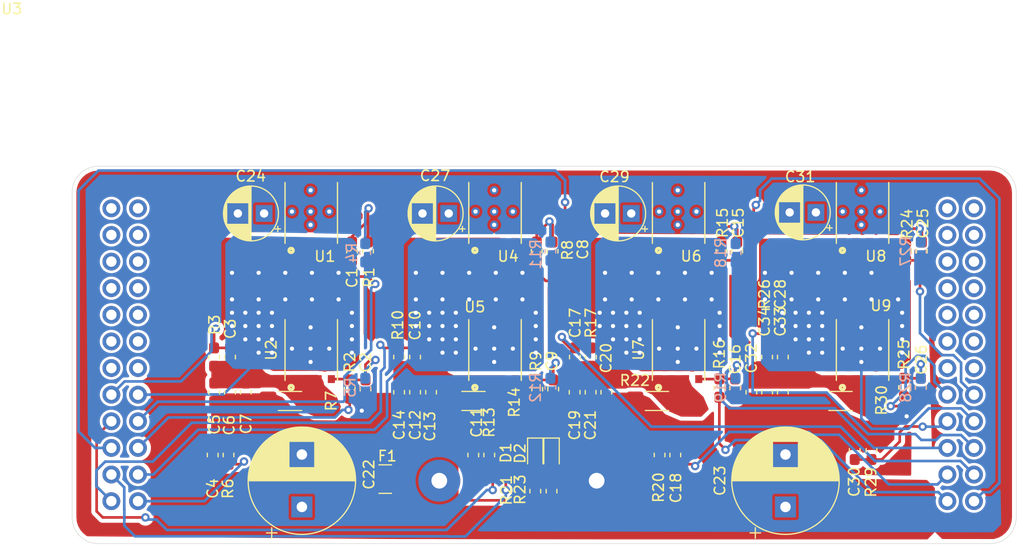
<source format=kicad_pcb>
(kicad_pcb (version 20171130) (host pcbnew "(5.1.5)-3")
  (layers (0 F.Cu signal) (1 In1.Cu signal) (2 In2.Cu signal) (31 B.Cu signal) (34 B.Paste user) (35 F.Paste user) (36 B.SilkS user) (37 F.SilkS user) (38 B.Mask user) (39 F.Mask user) (44 Edge.Cuts user hide))
  (net 0 "")
  (net 1 "Net-(C1-Pad1)")
  (net 2 "Net-(C2-Pad1)")
  (net 3 "Net-(C3-Pad1)")
  (net 4 /AISENN)
  (net 5 GND)
  (net 6 "Net-(C8-Pad1)")
  (net 7 /BISENN)
  (net 8 /VDRAIN)
  (net 9 "Net-(C17-Pad1)")
  (net 10 /CISENN)
  (net 11 /DISENN)
  (net 12 "Net-(D1-Pad2)")
  (net 13 "Net-(D2-Pad2)")
  (net 14 VCC)
  (net 15 /AHG)
  (net 16 /ALG)
  (net 17 /BHG)
  (net 18 /BLG)
  (net 19 /CHG)
  (net 20 /CLG)
  (net 21 /DHG)
  (net 22 /DLG)
  (net 23 /A)
  (net 24 /B)
  (net 25 /C)
  (net 26 /D)
  (net 27 "Net-(C10-Pad1)")
  (net 28 /DISENP)
  (net 29 /AISENP)
  (net 30 /CISENP)
  (net 31 /BISENP)
  (net 32 "Net-(C9-Pad1)")
  (net 33 "Net-(C15-Pad1)")
  (net 34 "Net-(C16-Pad1)")
  (net 35 "Net-(C25-Pad1)")
  (net 36 "Net-(C26-Pad1)")
  (net 37 "Net-(C28-Pad1)")
  (net 38 "Net-(U3-Pad1)")
  (net 39 "Net-(U3-Pad2)")
  (net 40 "Net-(U3-Pad3)")
  (net 41 "Net-(U3-Pad4)")
  (net 42 "Net-(U3-Pad5)")
  (net 43 "Net-(U3-Pad6)")
  (net 44 "Net-(U3-Pad7)")
  (net 45 "Net-(U3-Pad8)")
  (net 46 "Net-(U3-Pad9)")
  (net 47 "Net-(U3-Pad10)")
  (net 48 "Net-(U3-Pad11)")
  (net 49 "Net-(U3-Pad12)")
  (net 50 "Net-(U3-Pad13)")
  (net 51 "Net-(U3-Pad14)")
  (net 52 "Net-(U3-Pad26)")
  (net 53 "Net-(U3-Pad32)")
  (net 54 "Net-(U3-Pad31)")
  (net 55 "Net-(U3-Pad37)")
  (net 56 "Net-(U3-Pad36)")
  (net 57 "Net-(U3-Pad33)")
  (net 58 "Net-(U3-Pad29)")
  (net 59 "Net-(U3-Pad27)")
  (net 60 "Net-(U3-Pad25)")
  (net 61 "Net-(U3-Pad30)")
  (net 62 "Net-(U3-Pad28)")
  (net 63 "Net-(U3-Pad38)")
  (net 64 "Net-(U3-Pad35)")
  (net 65 "Net-(U3-Pad34)")
  (module Resistor_SMD:R_0603_1608Metric_Pad1.05x0.95mm_HandSolder (layer F.Cu) (at 45.7 30.995001 270)
    (fp_text reference R23 (at -0.15 3 90) (layer F.SilkS))
    (fp_text value R)
    (pad 2 smd roundrect (at 0.875 0 270) (size 1.05 0.95) (layers F.Cu F.Paste F.Mask) (net 8 /VDRAIN))
    (pad 1 smd roundrect (at -0.875 0 270) (size 1.05 0.95) (layers F.Cu F.Paste F.Mask) (net 13 "Net-(D2-Pad2)"))
  )
  (module sDrive_Carriers:PowerStage_Carrier_L (layer F.Cu) (at 0 0)
    (fp_text reference U3 (at -5.75 -15.019) (layer F.SilkS))
    (fp_text value PowerStage_L)
    (pad 1 thru_hole circle (at 3.74 4.01) (size 1.7 1.7) (drill 1) (layers *.Cu *.Mask) (net 38 "Net-(U3-Pad1)"))
    (pad 2 thru_hole circle (at 6.28 4.01) (size 1.7 1.7) (drill 1) (layers *.Cu *.Mask) (net 39 "Net-(U3-Pad2)"))
    (pad 3 thru_hole circle (at 3.74 6.55) (size 1.7 1.7) (drill 1) (layers *.Cu *.Mask) (net 40 "Net-(U3-Pad3)"))
    (pad 4 thru_hole circle (at 6.28 6.55) (size 1.7 1.7) (drill 1) (layers *.Cu *.Mask) (net 41 "Net-(U3-Pad4)"))
    (pad 5 thru_hole circle (at 3.74 9.09) (size 1.7 1.7) (drill 1) (layers *.Cu *.Mask) (net 42 "Net-(U3-Pad5)"))
    (pad 6 thru_hole circle (at 6.28 9.09) (size 1.7 1.7) (drill 1) (layers *.Cu *.Mask) (net 43 "Net-(U3-Pad6)"))
    (pad 7 thru_hole circle (at 3.74 11.63) (size 1.7 1.7) (drill 1) (layers *.Cu *.Mask) (net 44 "Net-(U3-Pad7)"))
    (pad 8 thru_hole circle (at 6.28 11.63) (size 1.7 1.7) (drill 1) (layers *.Cu *.Mask) (net 45 "Net-(U3-Pad8)"))
    (pad 9 thru_hole circle (at 3.74 14.17) (size 1.7 1.7) (drill 1) (layers *.Cu *.Mask) (net 46 "Net-(U3-Pad9)"))
    (pad 10 thru_hole circle (at 6.28 14.17) (size 1.7 1.7) (drill 1) (layers *.Cu *.Mask) (net 47 "Net-(U3-Pad10)"))
    (pad 11 thru_hole circle (at 3.74 16.71) (size 1.7 1.7) (drill 1) (layers *.Cu *.Mask) (net 48 "Net-(U3-Pad11)"))
    (pad 12 thru_hole circle (at 6.28 16.71) (size 1.7 1.7) (drill 1) (layers *.Cu *.Mask) (net 49 "Net-(U3-Pad12)"))
    (pad 13 thru_hole circle (at 3.74 19.25) (size 1.7 1.7) (drill 1) (layers *.Cu *.Mask) (net 50 "Net-(U3-Pad13)"))
    (pad 14 thru_hole circle (at 6.28 19.25) (size 1.7 1.7) (drill 1) (layers *.Cu *.Mask) (net 51 "Net-(U3-Pad14)"))
    (pad 15 thru_hole circle (at 3.74 21.79) (size 1.7 1.7) (drill 1) (layers *.Cu *.Mask) (net 29 /AISENP))
    (pad 16 thru_hole circle (at 6.28 21.79) (size 1.7 1.7) (drill 1) (layers *.Cu *.Mask) (net 23 /A))
    (pad 17 thru_hole circle (at 3.74 24.33) (size 1.7 1.7) (drill 1) (layers *.Cu *.Mask) (net 7 /BISENN))
    (pad 18 thru_hole circle (at 6.28 24.33) (size 1.7 1.7) (drill 1) (layers *.Cu *.Mask) (net 15 /AHG))
    (pad 19 thru_hole circle (at 3.74 26.87) (size 1.7 1.7) (drill 1) (layers *.Cu *.Mask) (net 17 /BHG))
    (pad 20 thru_hole circle (at 6.28 26.87) (size 1.7 1.7) (drill 1) (layers *.Cu *.Mask) (net 16 /ALG))
    (pad 21 thru_hole circle (at 3.74 29.41) (size 1.7 1.7) (drill 1) (layers *.Cu *.Mask) (net 18 /BLG))
    (pad 22 thru_hole circle (at 6.28 29.41) (size 1.7 1.7) (drill 1) (layers *.Cu *.Mask) (net 24 /B))
    (pad 23 thru_hole circle (at 3.74 31.95) (size 1.7 1.7) (drill 1) (layers *.Cu *.Mask) (net 31 /BISENP))
    (pad 24 thru_hole circle (at 6.28 31.95) (size 1.7 1.7) (drill 1) (layers *.Cu *.Mask) (net 4 /AISENN))
    (pad 49 thru_hole circle (at 35 30) (size 4 4) (drill 1.5) (layers *.Cu *.Mask) (net 14 VCC))
    (pad 50 thru_hole circle (at 50 30) (size 4 4) (drill 1.5) (layers *.Cu *.Mask) (net 5 GND))
    (pad 46 thru_hole circle (at 85.97 29.41) (size 1.7 1.7) (drill 1) (layers *.Cu *.Mask) (net 30 /CISENP))
    (pad 26 thru_hole circle (at 85.97 4.01) (size 1.7 1.7) (drill 1) (layers *.Cu *.Mask) (net 52 "Net-(U3-Pad26)"))
    (pad 41 thru_hole circle (at 83.43 24.33) (size 1.7 1.7) (drill 1) (layers *.Cu *.Mask) (net 11 /DISENN))
    (pad 43 thru_hole circle (at 83.43 26.87) (size 1.7 1.7) (drill 1) (layers *.Cu *.Mask) (net 25 /C))
    (pad 32 thru_hole circle (at 85.97 11.63) (size 1.7 1.7) (drill 1) (layers *.Cu *.Mask) (net 53 "Net-(U3-Pad32)"))
    (pad 40 thru_hole circle (at 85.97 21.79) (size 1.7 1.7) (drill 1) (layers *.Cu *.Mask) (net 21 /DHG))
    (pad 39 thru_hole circle (at 83.43 21.79) (size 1.7 1.7) (drill 1) (layers *.Cu *.Mask) (net 22 /DLG))
    (pad 31 thru_hole circle (at 83.43 11.63) (size 1.7 1.7) (drill 1) (layers *.Cu *.Mask) (net 54 "Net-(U3-Pad31)"))
    (pad 37 thru_hole circle (at 83.43 19.25) (size 1.7 1.7) (drill 1) (layers *.Cu *.Mask) (net 55 "Net-(U3-Pad37)"))
    (pad 36 thru_hole circle (at 85.97 16.71) (size 1.7 1.7) (drill 1) (layers *.Cu *.Mask) (net 56 "Net-(U3-Pad36)"))
    (pad 33 thru_hole circle (at 83.43 14.17) (size 1.7 1.7) (drill 1) (layers *.Cu *.Mask) (net 57 "Net-(U3-Pad33)"))
    (pad 29 thru_hole circle (at 83.43 9.09) (size 1.7 1.7) (drill 1) (layers *.Cu *.Mask) (net 58 "Net-(U3-Pad29)"))
    (pad 27 thru_hole circle (at 83.43 6.55) (size 1.7 1.7) (drill 1) (layers *.Cu *.Mask) (net 59 "Net-(U3-Pad27)"))
    (pad 48 thru_hole circle (at 85.97 31.95) (size 1.7 1.7) (drill 1) (layers *.Cu *.Mask) (net 19 /CHG))
    (pad 47 thru_hole circle (at 83.43 31.95) (size 1.7 1.7) (drill 1) (layers *.Cu *.Mask) (net 20 /CLG))
    (pad 45 thru_hole circle (at 83.43 29.41) (size 1.7 1.7) (drill 1) (layers *.Cu *.Mask) (net 10 /CISENN))
    (pad 25 thru_hole circle (at 83.43 4.01) (size 1.7 1.7) (drill 1) (layers *.Cu *.Mask) (net 60 "Net-(U3-Pad25)"))
    (pad 44 thru_hole circle (at 85.97 26.87) (size 1.7 1.7) (drill 1) (layers *.Cu *.Mask) (net 28 /DISENP))
    (pad 30 thru_hole circle (at 85.97 9.09) (size 1.7 1.7) (drill 1) (layers *.Cu *.Mask) (net 61 "Net-(U3-Pad30)"))
    (pad 28 thru_hole circle (at 85.97 6.55) (size 1.7 1.7) (drill 1) (layers *.Cu *.Mask) (net 62 "Net-(U3-Pad28)"))
    (pad 38 thru_hole circle (at 85.97 19.25) (size 1.7 1.7) (drill 1) (layers *.Cu *.Mask) (net 63 "Net-(U3-Pad38)"))
    (pad 35 thru_hole circle (at 83.43 16.71) (size 1.7 1.7) (drill 1) (layers *.Cu *.Mask) (net 64 "Net-(U3-Pad35)"))
    (pad 42 thru_hole circle (at 85.97 24.33) (size 1.7 1.7) (drill 1) (layers *.Cu *.Mask) (net 26 /D))
    (pad 34 thru_hole circle (at 85.97 14.17) (size 1.7 1.7) (drill 1) (layers *.Cu *.Mask) (net 65 "Net-(U3-Pad34)"))
  )
  (module Resistor_SMD:R_0603_1608Metric_Pad1.05x0.95mm_HandSolder (layer F.Cu) (at 49.45 18.2 90)
    (fp_text reference R17 (at 3.25 0 90) (layer F.SilkS))
    (fp_text value R)
    (pad 2 smd roundrect (at 0.875 0 90) (size 1.05 0.95) (layers F.Cu F.Paste F.Mask) (net 30 /CISENP))
    (pad 1 smd roundrect (at -0.875 0 90) (size 1.05 0.95) (layers F.Cu F.Paste F.Mask) (net 9 "Net-(C17-Pad1)"))
  )
  (module Resistor_SMD:R_0603_1608Metric_Pad1.05x0.95mm_HandSolder (layer F.Cu) (at 31.169 18.2 90)
    (fp_text reference R10 (at 3.048 -0.127 90) (layer F.SilkS))
    (fp_text value R)
    (pad 2 smd roundrect (at 0.875 0 90) (size 1.05 0.95) (layers F.Cu F.Paste F.Mask) (net 31 /BISENP))
    (pad 1 smd roundrect (at -0.875 0 90) (size 1.05 0.95) (layers F.Cu F.Paste F.Mask) (net 27 "Net-(C10-Pad1)"))
  )
  (module Resistor_SMD:R_0603_1608Metric_Pad1.05x0.95mm_HandSolder (layer F.Cu) (at 66.25 18.2 90)
    (fp_text reference R26 (at 6 -0.25 90) (layer F.SilkS))
    (fp_text value R)
    (pad 2 smd roundrect (at 0.875 0 90) (size 1.05 0.95) (layers F.Cu F.Paste F.Mask) (net 28 /DISENP))
    (pad 1 smd roundrect (at -0.875 0 90) (size 1.05 0.95) (layers F.Cu F.Paste F.Mask) (net 37 "Net-(C28-Pad1)"))
  )
  (module Resistor_SMD:R_0603_1608Metric_Pad1.05x0.95mm_HandSolder (layer F.Cu) (at 13.535 18.2 90)
    (fp_text reference R3 (at 3.07 0.04 90) (layer F.SilkS))
    (fp_text value R)
    (pad 2 smd roundrect (at 0.875 0 90) (size 1.05 0.95) (layers F.Cu F.Paste F.Mask) (net 29 /AISENP))
    (pad 1 smd roundrect (at -0.875 0 90) (size 1.05 0.95) (layers F.Cu F.Paste F.Mask) (net 3 "Net-(C3-Pad1)"))
  )
  (module Capacitor_SMD:C_0603_1608Metric_Pad1.05x0.95mm_HandSolder (layer F.Cu) (at 15.055 18.2 90)
    (fp_text reference C3 (at 2.69 0.02 90) (layer F.SilkS))
    (fp_text value C)
    (pad 2 smd roundrect (at 0.875 0 90) (size 1.05 0.95) (layers F.Cu F.Paste F.Mask) (net 29 /AISENP))
    (pad 1 smd roundrect (at -0.875 0 90) (size 1.05 0.95) (layers F.Cu F.Paste F.Mask) (net 3 "Net-(C3-Pad1)"))
  )
  (module Capacitor_SMD:C_0603_1608Metric_Pad1.05x0.95mm_HandSolder (layer F.Cu) (at 67.75 18.2 90)
    (fp_text reference C28 (at 6 -0.25 90) (layer F.SilkS))
    (fp_text value C)
    (pad 2 smd roundrect (at 0.875 0 90) (size 1.05 0.95) (layers F.Cu F.Paste F.Mask) (net 28 /DISENP))
    (pad 1 smd roundrect (at -0.875 0 90) (size 1.05 0.95) (layers F.Cu F.Paste F.Mask) (net 37 "Net-(C28-Pad1)"))
  )
  (module Capacitor_SMD:C_0603_1608Metric_Pad1.05x0.95mm_HandSolder (layer F.Cu) (at 47.925 18.2 90)
    (fp_text reference C17 (at 3.25 0.025 90) (layer F.SilkS))
    (fp_text value C)
    (pad 2 smd roundrect (at 0.875 0 90) (size 1.05 0.95) (layers F.Cu F.Paste F.Mask) (net 30 /CISENP))
    (pad 1 smd roundrect (at -0.875 0 90) (size 1.05 0.95) (layers F.Cu F.Paste F.Mask) (net 9 "Net-(C17-Pad1)"))
  )
  (module Capacitor_SMD:C_0603_1608Metric_Pad1.05x0.95mm_HandSolder (layer F.Cu) (at 32.693 18.2 90)
    (fp_text reference C10 (at 3.034 0 90) (layer F.SilkS))
    (fp_text value C)
    (pad 2 smd roundrect (at 0.875 0 90) (size 1.05 0.95) (layers F.Cu F.Paste F.Mask) (net 31 /BISENP))
    (pad 1 smd roundrect (at -0.875 0 90) (size 1.05 0.95) (layers F.Cu F.Paste F.Mask) (net 27 "Net-(C10-Pad1)"))
  )
  (module Resistor_SMD:R_0603_1608Metric_Pad1.05x0.95mm_HandSolder (layer B.Cu) (at 80.9 21.1 270)
    (fp_text reference R28 (at 0 1.43 270) (layer B.SilkS) (effects (justify mirror)))
    (fp_text value R)
    (pad 2 smd roundrect (at 0.875 0 270) (size 1.05 0.95) (layers B.Cu B.Paste B.Mask) (net 5 GND))
    (pad 1 smd roundrect (at -0.875 0 270) (size 1.05 0.95) (layers B.Cu B.Paste B.Mask) (net 36 "Net-(C26-Pad1)"))
  )
  (module Resistor_SMD:R_0603_1608Metric_Pad1.05x0.95mm_HandSolder (layer B.Cu) (at 45.593333 21.1 270)
    (fp_text reference R12 (at 0 1.43 90) (layer B.SilkS) (effects (justify mirror)))
    (fp_text value R)
    (pad 2 smd roundrect (at 0.875 0 270) (size 1.05 0.95) (layers B.Cu B.Paste B.Mask) (net 5 GND))
    (pad 1 smd roundrect (at -0.875 0 270) (size 1.05 0.95) (layers B.Cu B.Paste B.Mask) (net 32 "Net-(C9-Pad1)"))
  )
  (module Resistor_SMD:R_0603_1608Metric_Pad1.05x0.95mm_HandSolder (layer B.Cu) (at 63.246666 21.1 270)
    (fp_text reference R19 (at 0 1.43 270) (layer B.SilkS) (effects (justify mirror)))
    (fp_text value R)
    (pad 2 smd roundrect (at 0.875 0 270) (size 1.05 0.95) (layers B.Cu B.Paste B.Mask) (net 5 GND))
    (pad 1 smd roundrect (at -0.875 0 270) (size 1.05 0.95) (layers B.Cu B.Paste B.Mask) (net 34 "Net-(C16-Pad1)"))
  )
  (module Resistor_SMD:R_0603_1608Metric_Pad1.05x0.95mm_HandSolder (layer B.Cu) (at 27.94 21.1 270)
    (fp_text reference R5 (at 0 1.43 90) (layer B.SilkS) (effects (justify mirror)))
    (fp_text value R)
    (pad 2 smd roundrect (at 0.875 0 270) (size 1.05 0.95) (layers B.Cu B.Paste B.Mask) (net 5 GND))
    (pad 1 smd roundrect (at -0.875 0 270) (size 1.05 0.95) (layers B.Cu B.Paste B.Mask) (net 2 "Net-(C2-Pad1)"))
  )
  (module Resistor_SMD:R_0603_1608Metric_Pad1.05x0.95mm_HandSolder (layer B.Cu) (at 27.94 8.255 270)
    (fp_text reference R4 (at 0 1.27 270) (layer B.SilkS) (effects (justify mirror)))
    (fp_text value R)
    (pad 2 smd roundrect (at 0.875 0 270) (size 1.05 0.95) (layers B.Cu B.Paste B.Mask) (net 5 GND))
    (pad 1 smd roundrect (at -0.875 0 270) (size 1.05 0.95) (layers B.Cu B.Paste B.Mask) (net 1 "Net-(C1-Pad1)"))
  )
  (module Resistor_SMD:R_0603_1608Metric_Pad1.05x0.95mm_HandSolder (layer B.Cu) (at 80.9 8.1 270)
    (fp_text reference R27 (at 0 1.43 90) (layer B.SilkS) (effects (justify mirror)))
    (fp_text value R)
    (pad 2 smd roundrect (at 0.875 0 270) (size 1.05 0.95) (layers B.Cu B.Paste B.Mask) (net 5 GND))
    (pad 1 smd roundrect (at -0.875 0 270) (size 1.05 0.95) (layers B.Cu B.Paste B.Mask) (net 35 "Net-(C25-Pad1)"))
  )
  (module Resistor_SMD:R_0603_1608Metric_Pad1.05x0.95mm_HandSolder (layer B.Cu) (at 63.246666 8.255 270)
    (fp_text reference R18 (at 0 1.43 90) (layer B.SilkS) (effects (justify mirror)))
    (fp_text value R)
    (pad 2 smd roundrect (at 0.875 0 270) (size 1.05 0.95) (layers B.Cu B.Paste B.Mask) (net 5 GND))
    (pad 1 smd roundrect (at -0.875 0 270) (size 1.05 0.95) (layers B.Cu B.Paste B.Mask) (net 33 "Net-(C15-Pad1)"))
  )
  (module Resistor_SMD:R_0603_1608Metric_Pad1.05x0.95mm_HandSolder (layer B.Cu) (at 45.593333 8.1 270)
    (fp_text reference R11 (at 0.29 1.413333 270) (layer B.SilkS) (effects (justify mirror)))
    (fp_text value R)
    (pad 2 smd roundrect (at 0.875 0 270) (size 1.05 0.95) (layers B.Cu B.Paste B.Mask) (net 5 GND))
    (pad 1 smd roundrect (at -0.875 0 270) (size 1.05 0.95) (layers B.Cu B.Paste B.Mask) (net 6 "Net-(C8-Pad1)"))
  )
  (module Capacitor_THT:CP_Radial_D5.0mm_P2.50mm (layer F.Cu) (at 70.9 4.4 180)
    (fp_text reference C31 (at 1.5 3.4 180) (layer F.SilkS))
    (fp_text value CP)
    (pad 2 thru_hole circle (at 2.5 0 180) (size 1.6 1.6) (drill 0.8) (layers *.Cu *.Mask) (net 5 GND))
    (pad 1 thru_hole rect (at 0 0 180) (size 1.6 1.6) (drill 0.8) (layers *.Cu *.Mask) (net 8 /VDRAIN))
  )
  (module Custom_Mosfet:MOSFET_CSD19531Q5A (layer F.Cu) (at 75.35 17.52625 90)
    (fp_text reference U9 (at 4.22625 1.75 180) (layer F.SilkS) (effects (font (size 1.00148 1.00148))))
    (fp_text value VSON8_Nexfet)
    (pad 2 smd rect (at -2.77625 1.9175 90) (size 0.75 0.675) (layers F.Cu F.Mask) (net 36 "Net-(C26-Pad1)"))
    (pad 3 smd rect (at 2.77625 1.9175 90) (size 0.655 0.675) (layers F.Cu F.Mask) (net 26 /D))
    (pad 3 smd rect (at 0.30125 0 90) (size 4.295 4.51) (layers F.Cu F.Mask) (net 26 /D))
    (pad 3 smd rect (at 2.77625 0.66 90) (size 0.655 0.675) (layers F.Cu F.Mask) (net 26 /D))
    (pad 3 smd rect (at 2.77625 -0.66 90) (size 0.655 0.675) (layers F.Cu F.Mask) (net 26 /D))
    (pad 3 smd rect (at 2.77625 -1.9175 90) (size 0.655 0.675) (layers F.Cu F.Mask) (net 26 /D))
    (pad 1 smd rect (at -2.77625 0.66 90) (size 0.75 0.675) (layers F.Cu F.Mask) (net 37 "Net-(C28-Pad1)"))
    (pad 1 smd rect (at -2.77625 -0.66 90) (size 0.75 0.675) (layers F.Cu F.Mask) (net 37 "Net-(C28-Pad1)"))
    (pad 1 smd rect (at -2.77625 -1.9175 90) (size 0.75 0.675) (layers F.Cu F.Mask) (net 37 "Net-(C28-Pad1)"))
  )
  (module Custom_Mosfet:MOSFET_CSD19531Q5A (layer F.Cu) (at 75.35 4.45 90)
    (fp_text reference U8 (at -4.12925 1.269) (layer F.SilkS) (effects (font (size 1.00148 1.00148))))
    (fp_text value VSON8_Nexfet)
    (pad 2 smd rect (at -2.77625 1.9175 90) (size 0.75 0.675) (layers F.Cu F.Mask) (net 35 "Net-(C25-Pad1)"))
    (pad 3 smd rect (at 2.77625 1.9175 90) (size 0.655 0.675) (layers F.Cu F.Mask) (net 8 /VDRAIN))
    (pad 3 smd rect (at 0.30125 0 90) (size 4.295 4.51) (layers F.Cu F.Mask) (net 8 /VDRAIN))
    (pad 3 smd rect (at 2.77625 0.66 90) (size 0.655 0.675) (layers F.Cu F.Mask) (net 8 /VDRAIN))
    (pad 3 smd rect (at 2.77625 -0.66 90) (size 0.655 0.675) (layers F.Cu F.Mask) (net 8 /VDRAIN))
    (pad 3 smd rect (at 2.77625 -1.9175 90) (size 0.655 0.675) (layers F.Cu F.Mask) (net 8 /VDRAIN))
    (pad 1 smd rect (at -2.77625 0.66 90) (size 0.75 0.675) (layers F.Cu F.Mask) (net 26 /D))
    (pad 1 smd rect (at -2.77625 -0.66 90) (size 0.75 0.675) (layers F.Cu F.Mask) (net 26 /D))
    (pad 1 smd rect (at -2.77625 -1.9175 90) (size 0.75 0.675) (layers F.Cu F.Mask) (net 26 /D))
  )
  (module Custom_Mosfet:MOSFET_CSD19531Q5A (layer F.Cu) (at 57.815 17.52625 90)
    (fp_text reference U7 (at 0.00001 -3.81563 90) (layer F.SilkS) (effects (font (size 1.00148 1.00148))))
    (fp_text value VSON8_Nexfet)
    (pad 2 smd rect (at -2.77625 1.9175 90) (size 0.75 0.675) (layers F.Cu F.Mask) (net 34 "Net-(C16-Pad1)"))
    (pad 3 smd rect (at 2.77625 1.9175 90) (size 0.655 0.675) (layers F.Cu F.Mask) (net 25 /C))
    (pad 3 smd rect (at 0.30125 0 90) (size 4.295 4.51) (layers F.Cu F.Mask) (net 25 /C))
    (pad 3 smd rect (at 2.77625 0.66 90) (size 0.655 0.675) (layers F.Cu F.Mask) (net 25 /C))
    (pad 3 smd rect (at 2.77625 -0.66 90) (size 0.655 0.675) (layers F.Cu F.Mask) (net 25 /C))
    (pad 3 smd rect (at 2.77625 -1.9175 90) (size 0.655 0.675) (layers F.Cu F.Mask) (net 25 /C))
    (pad 1 smd rect (at -2.77625 0.66 90) (size 0.75 0.675) (layers F.Cu F.Mask) (net 9 "Net-(C17-Pad1)"))
    (pad 1 smd rect (at -2.77625 -0.66 90) (size 0.75 0.675) (layers F.Cu F.Mask) (net 9 "Net-(C17-Pad1)"))
    (pad 1 smd rect (at -2.77625 -1.9175 90) (size 0.75 0.675) (layers F.Cu F.Mask) (net 9 "Net-(C17-Pad1)"))
  )
  (module Custom_Mosfet:MOSFET_CSD19531Q5A (layer F.Cu) (at 57.815 4.45 90)
    (fp_text reference U6 (at -4.12925 1.195 180) (layer F.SilkS) (effects (font (size 1.00148 1.00148))))
    (fp_text value VSON8_Nexfet)
    (pad 2 smd rect (at -2.77625 1.9175 90) (size 0.75 0.675) (layers F.Cu F.Mask) (net 33 "Net-(C15-Pad1)"))
    (pad 3 smd rect (at 2.77625 1.9175 90) (size 0.655 0.675) (layers F.Cu F.Mask) (net 8 /VDRAIN))
    (pad 3 smd rect (at 0.30125 0 90) (size 4.295 4.51) (layers F.Cu F.Mask) (net 8 /VDRAIN))
    (pad 3 smd rect (at 2.77625 0.66 90) (size 0.655 0.675) (layers F.Cu F.Mask) (net 8 /VDRAIN))
    (pad 3 smd rect (at 2.77625 -0.66 90) (size 0.655 0.675) (layers F.Cu F.Mask) (net 8 /VDRAIN))
    (pad 3 smd rect (at 2.77625 -1.9175 90) (size 0.655 0.675) (layers F.Cu F.Mask) (net 8 /VDRAIN))
    (pad 1 smd rect (at -2.77625 0.66 90) (size 0.75 0.675) (layers F.Cu F.Mask) (net 25 /C))
    (pad 1 smd rect (at -2.77625 -0.66 90) (size 0.75 0.675) (layers F.Cu F.Mask) (net 25 /C))
    (pad 1 smd rect (at -2.77625 -1.9175 90) (size 0.75 0.675) (layers F.Cu F.Mask) (net 25 /C))
  )
  (module Custom_Mosfet:MOSFET_CSD19531Q5A (layer F.Cu) (at 40.313333 17.52625 90)
    (fp_text reference U5 (at 4.10325 -1.927) (layer F.SilkS) (effects (font (size 1.00148 1.00148))))
    (fp_text value VSON8_Nexfet)
    (pad 2 smd rect (at -2.77625 1.9175 90) (size 0.75 0.675) (layers F.Cu F.Mask) (net 32 "Net-(C9-Pad1)"))
    (pad 3 smd rect (at 2.77625 1.9175 90) (size 0.655 0.675) (layers F.Cu F.Mask) (net 24 /B))
    (pad 3 smd rect (at 0.30125 0 90) (size 4.295 4.51) (layers F.Cu F.Mask) (net 24 /B))
    (pad 3 smd rect (at 2.77625 0.66 90) (size 0.655 0.675) (layers F.Cu F.Mask) (net 24 /B))
    (pad 3 smd rect (at 2.77625 -0.66 90) (size 0.655 0.675) (layers F.Cu F.Mask) (net 24 /B))
    (pad 3 smd rect (at 2.77625 -1.9175 90) (size 0.655 0.675) (layers F.Cu F.Mask) (net 24 /B))
    (pad 1 smd rect (at -2.77625 0.66 90) (size 0.75 0.675) (layers F.Cu F.Mask) (net 27 "Net-(C10-Pad1)"))
    (pad 1 smd rect (at -2.77625 -0.66 90) (size 0.75 0.675) (layers F.Cu F.Mask) (net 27 "Net-(C10-Pad1)"))
    (pad 1 smd rect (at -2.77625 -1.9175 90) (size 0.75 0.675) (layers F.Cu F.Mask) (net 27 "Net-(C10-Pad1)"))
  )
  (module Custom_Mosfet:MOSFET_CSD19531Q5A (layer F.Cu) (at 40.313333 4.45 90)
    (fp_text reference U4 (at -4.147 1.248) (layer F.SilkS) (effects (font (size 1.00148 1.00148))))
    (fp_text value VSON8_Nexfet)
    (pad 2 smd rect (at -2.77625 1.9175 90) (size 0.75 0.675) (layers F.Cu F.Mask) (net 6 "Net-(C8-Pad1)"))
    (pad 3 smd rect (at 2.77625 1.9175 90) (size 0.655 0.675) (layers F.Cu F.Mask) (net 8 /VDRAIN))
    (pad 3 smd rect (at 0.30125 0 90) (size 4.295 4.51) (layers F.Cu F.Mask) (net 8 /VDRAIN))
    (pad 3 smd rect (at 2.77625 0.66 90) (size 0.655 0.675) (layers F.Cu F.Mask) (net 8 /VDRAIN))
    (pad 3 smd rect (at 2.77625 -0.66 90) (size 0.655 0.675) (layers F.Cu F.Mask) (net 8 /VDRAIN))
    (pad 3 smd rect (at 2.77625 -1.9175 90) (size 0.655 0.675) (layers F.Cu F.Mask) (net 8 /VDRAIN))
    (pad 1 smd rect (at -2.77625 0.66 90) (size 0.75 0.675) (layers F.Cu F.Mask) (net 24 /B))
    (pad 1 smd rect (at -2.77625 -0.66 90) (size 0.75 0.675) (layers F.Cu F.Mask) (net 24 /B))
    (pad 1 smd rect (at -2.77625 -1.9175 90) (size 0.75 0.675) (layers F.Cu F.Mask) (net 24 /B))
  )
  (module Custom_Mosfet:MOSFET_CSD19531Q5A (layer F.Cu) (at 22.795 17.52625 90)
    (fp_text reference U2 (at 0.00001 -3.81563 90) (layer F.SilkS) (effects (font (size 1.00148 1.00148))))
    (fp_text value VSON8_Nexfet)
    (pad 2 smd rect (at -2.77625 1.9175 90) (size 0.75 0.675) (layers F.Cu F.Mask) (net 2 "Net-(C2-Pad1)"))
    (pad 3 smd rect (at 2.77625 1.9175 90) (size 0.655 0.675) (layers F.Cu F.Mask) (net 23 /A))
    (pad 3 smd rect (at 0.30125 0 90) (size 4.295 4.51) (layers F.Cu F.Mask) (net 23 /A))
    (pad 3 smd rect (at 2.77625 0.66 90) (size 0.655 0.675) (layers F.Cu F.Mask) (net 23 /A))
    (pad 3 smd rect (at 2.77625 -0.66 90) (size 0.655 0.675) (layers F.Cu F.Mask) (net 23 /A))
    (pad 3 smd rect (at 2.77625 -1.9175 90) (size 0.655 0.675) (layers F.Cu F.Mask) (net 23 /A))
    (pad 1 smd rect (at -2.77625 0.66 90) (size 0.75 0.675) (layers F.Cu F.Mask) (net 3 "Net-(C3-Pad1)"))
    (pad 1 smd rect (at -2.77625 -0.66 90) (size 0.75 0.675) (layers F.Cu F.Mask) (net 3 "Net-(C3-Pad1)"))
    (pad 1 smd rect (at -2.77625 -1.9175 90) (size 0.75 0.675) (layers F.Cu F.Mask) (net 3 "Net-(C3-Pad1)"))
  )
  (module Custom_Mosfet:MOSFET_CSD19531Q5A (layer F.Cu) (at 22.795 4.45 90)
    (fp_text reference U1 (at -4.147 1.301 180) (layer F.SilkS) (effects (font (size 1.00148 1.00148))))
    (fp_text value VSON8_Nexfet)
    (pad 2 smd rect (at -2.77625 1.9175 90) (size 0.75 0.675) (layers F.Cu F.Mask) (net 1 "Net-(C1-Pad1)"))
    (pad 3 smd rect (at 2.77625 1.9175 90) (size 0.655 0.675) (layers F.Cu F.Mask) (net 8 /VDRAIN))
    (pad 3 smd rect (at 0.30125 0 90) (size 4.295 4.51) (layers F.Cu F.Mask) (net 8 /VDRAIN))
    (pad 3 smd rect (at 2.77625 0.66 90) (size 0.655 0.675) (layers F.Cu F.Mask) (net 8 /VDRAIN))
    (pad 3 smd rect (at 2.77625 -0.66 90) (size 0.655 0.675) (layers F.Cu F.Mask) (net 8 /VDRAIN))
    (pad 3 smd rect (at 2.77625 -1.9175 90) (size 0.655 0.675) (layers F.Cu F.Mask) (net 8 /VDRAIN))
    (pad 1 smd rect (at -2.77625 0.66 90) (size 0.75 0.675) (layers F.Cu F.Mask) (net 23 /A))
    (pad 1 smd rect (at -2.77625 -0.66 90) (size 0.75 0.675) (layers F.Cu F.Mask) (net 23 /A))
    (pad 1 smd rect (at -2.77625 -1.9175 90) (size 0.75 0.675) (layers F.Cu F.Mask) (net 23 /A))
  )
  (module Resistor_SMD:R_1806_4516Metric_Pad1.57x1.80mm_HandSolder (layer F.Cu) (at 73.24 22.39 180)
    (fp_text reference R30 (at -3.92 0.07 90) (layer F.SilkS))
    (fp_text value R)
    (pad 2 smd roundrect (at 2.0875 0 180) (size 1.575 1.8) (layers F.Cu F.Paste F.Mask) (roundrect_rratio 0.15873) (net 5 GND))
    (pad 1 smd roundrect (at -2.0875 0 180) (size 1.575 1.8) (layers F.Cu F.Paste F.Mask) (roundrect_rratio 0.15873) (net 37 "Net-(C28-Pad1)"))
  )
  (module Resistor_SMD:R_0603_1608Metric_Pad1.05x0.95mm_HandSolder (layer F.Cu) (at 76.2 27.1 270)
    (fp_text reference R29 (at 3.05 0.05 90) (layer F.SilkS))
    (fp_text value R)
    (pad 2 smd roundrect (at 0.875 0 270) (size 1.05 0.95) (layers F.Cu F.Paste F.Mask) (net 11 /DISENN))
    (pad 1 smd roundrect (at -0.875 0 270) (size 1.05 0.95) (layers F.Cu F.Paste F.Mask) (net 5 GND))
  )
  (module Resistor_SMD:R_0603_1608Metric_Pad1.05x0.95mm_HandSolder (layer F.Cu) (at 79.3 21.1 270)
    (fp_text reference R25 (at -3.15 0 90) (layer F.SilkS))
    (fp_text value R)
    (pad 2 smd roundrect (at 0.875 0 270) (size 1.05 0.95) (layers F.Cu F.Paste F.Mask) (net 22 /DLG))
    (pad 1 smd roundrect (at -0.875 0 270) (size 1.05 0.95) (layers F.Cu F.Paste F.Mask) (net 36 "Net-(C26-Pad1)"))
  )
  (module Resistor_SMD:R_0603_1608Metric_Pad1.05x0.95mm_HandSolder (layer F.Cu) (at 79.5 8.1 270)
    (fp_text reference R24 (at -2.6 -0.1 90) (layer F.SilkS))
    (fp_text value R)
    (pad 2 smd roundrect (at 0.875 0 270) (size 1.05 0.95) (layers F.Cu F.Paste F.Mask) (net 21 /DHG))
    (pad 1 smd roundrect (at -0.875 0 270) (size 1.05 0.95) (layers F.Cu F.Paste F.Mask) (net 35 "Net-(C25-Pad1)"))
  )
  (module Resistor_SMD:R_1806_4516Metric_Pad1.57x1.80mm_HandSolder (layer F.Cu) (at 55.75 22.39 180)
    (fp_text reference R22 (at 2.1 1.961) (layer F.SilkS))
    (fp_text value R)
    (pad 2 smd roundrect (at 2.0875 0 180) (size 1.575 1.8) (layers F.Cu F.Paste F.Mask) (roundrect_rratio 0.15873) (net 5 GND))
    (pad 1 smd roundrect (at -2.0875 0 180) (size 1.575 1.8) (layers F.Cu F.Paste F.Mask) (roundrect_rratio 0.15873) (net 9 "Net-(C17-Pad1)"))
  )
  (module Resistor_SMD:R_0603_1608Metric_Pad1.05x0.95mm_HandSolder (layer F.Cu) (at 56 27.545 270)
    (fp_text reference R20 (at 3.1 0.1 90) (layer F.SilkS))
    (fp_text value R)
    (pad 2 smd roundrect (at 0.875 0 270) (size 1.05 0.95) (layers F.Cu F.Paste F.Mask) (net 10 /CISENN))
    (pad 1 smd roundrect (at -0.875 0 270) (size 1.05 0.95) (layers F.Cu F.Paste F.Mask) (net 5 GND))
  )
  (module Resistor_SMD:R_0603_1608Metric_Pad1.05x0.95mm_HandSolder (layer F.Cu) (at 61.7 21.156 270)
    (fp_text reference R16 (at -3.25 0 90) (layer F.SilkS))
    (fp_text value R)
    (pad 2 smd roundrect (at 0.875 0 270) (size 1.05 0.95) (layers F.Cu F.Paste F.Mask) (net 20 /CLG))
    (pad 1 smd roundrect (at -0.875 0 270) (size 1.05 0.95) (layers F.Cu F.Paste F.Mask) (net 34 "Net-(C16-Pad1)"))
  )
  (module Resistor_SMD:R_0603_1608Metric_Pad1.05x0.95mm_HandSolder (layer F.Cu) (at 61.894 8.1 270)
    (fp_text reference R15 (at -2.7 -0.1 90) (layer F.SilkS))
    (fp_text value R)
    (pad 2 smd roundrect (at 0.875 0 270) (size 1.05 0.95) (layers F.Cu F.Paste F.Mask) (net 19 /CHG))
    (pad 1 smd roundrect (at -0.875 0 270) (size 1.05 0.95) (layers F.Cu F.Paste F.Mask) (net 33 "Net-(C15-Pad1)"))
  )
  (module Resistor_SMD:R_1806_4516Metric_Pad1.57x1.80mm_HandSolder (layer F.Cu) (at 38.26 22.39 180)
    (fp_text reference R14 (at -3.89 -0.13 270) (layer F.SilkS))
    (fp_text value R)
    (pad 2 smd roundrect (at 2.0875 0 180) (size 1.575 1.8) (layers F.Cu F.Paste F.Mask) (roundrect_rratio 0.15873) (net 5 GND))
    (pad 1 smd roundrect (at -2.0875 0 180) (size 1.575 1.8) (layers F.Cu F.Paste F.Mask) (roundrect_rratio 0.15873) (net 27 "Net-(C10-Pad1)"))
  )
  (module Resistor_SMD:R_0603_1608Metric_Pad1.05x0.95mm_HandSolder (layer F.Cu) (at 39.763 27.545 270)
    (fp_text reference R13 (at -3.105 0.013 90) (layer F.SilkS))
    (fp_text value R)
    (pad 2 smd roundrect (at 0.875 0 270) (size 1.05 0.95) (layers F.Cu F.Paste F.Mask) (net 7 /BISENN))
    (pad 1 smd roundrect (at -0.875 0 270) (size 1.05 0.95) (layers F.Cu F.Paste F.Mask) (net 5 GND))
  )
  (module Resistor_SMD:R_0603_1608Metric_Pad1.05x0.95mm_HandSolder (layer F.Cu) (at 44.149999 30.995001 270)
    (fp_text reference R21 (at -0.095001 2.749999 90) (layer F.SilkS))
    (fp_text value R)
    (pad 2 smd roundrect (at 0.875 0 270) (size 1.05 0.95) (layers F.Cu F.Paste F.Mask) (net 14 VCC))
    (pad 1 smd roundrect (at -0.875 0 270) (size 1.05 0.95) (layers F.Cu F.Paste F.Mask) (net 12 "Net-(D1-Pad2)"))
  )
  (module Resistor_SMD:R_0603_1608Metric_Pad1.05x0.95mm_HandSolder (layer F.Cu) (at 44.336 21.256 270)
    (fp_text reference R9 (at -2.681 0.127 90) (layer F.SilkS))
    (fp_text value R)
    (pad 2 smd roundrect (at 0.875 0 270) (size 1.05 0.95) (layers F.Cu F.Paste F.Mask) (net 18 /BLG))
    (pad 1 smd roundrect (at -0.875 0 270) (size 1.05 0.95) (layers F.Cu F.Paste F.Mask) (net 32 "Net-(C9-Pad1)"))
  )
  (module Resistor_SMD:R_0603_1608Metric_Pad1.05x0.95mm_HandSolder (layer F.Cu) (at 44.288 8.1 270)
    (fp_text reference R8 (at -0.1 -2.93 90) (layer F.SilkS))
    (fp_text value R)
    (pad 2 smd roundrect (at 0.875 0 270) (size 1.05 0.95) (layers F.Cu F.Paste F.Mask) (net 17 /BHG))
    (pad 1 smd roundrect (at -0.875 0 270) (size 1.05 0.95) (layers F.Cu F.Paste F.Mask) (net 6 "Net-(C8-Pad1)"))
  )
  (module Resistor_SMD:R_1806_4516Metric_Pad1.57x1.80mm_HandSolder (layer F.Cu) (at 20.77 22.39 180)
    (fp_text reference R7 (at -3.93 0 90) (layer F.SilkS))
    (fp_text value R)
    (pad 2 smd roundrect (at 2.0875 0 180) (size 1.575 1.8) (layers F.Cu F.Paste F.Mask) (roundrect_rratio 0.15873) (net 5 GND))
    (pad 1 smd roundrect (at -2.0875 0 180) (size 1.575 1.8) (layers F.Cu F.Paste F.Mask) (roundrect_rratio 0.15873) (net 3 "Net-(C3-Pad1)"))
  )
  (module Resistor_SMD:R_0603_1608Metric_Pad1.05x0.95mm_HandSolder (layer F.Cu) (at 14.91 27.545 270)
    (fp_text reference R6 (at 3.21 0.06 90) (layer F.SilkS))
    (fp_text value R)
    (pad 2 smd roundrect (at 0.875 0 270) (size 1.05 0.95) (layers F.Cu F.Paste F.Mask) (net 4 /AISENN))
    (pad 1 smd roundrect (at -0.875 0 270) (size 1.05 0.95) (layers F.Cu F.Paste F.Mask) (net 5 GND))
  )
  (module Resistor_SMD:R_0603_1608Metric_Pad1.05x0.95mm_HandSolder (layer F.Cu) (at 26.46 21.256 270)
    (fp_text reference R2 (at -2.55 -0.02 90) (layer F.SilkS))
    (fp_text value R)
    (pad 2 smd roundrect (at 0.875 0 270) (size 1.05 0.95) (layers F.Cu F.Paste F.Mask) (net 16 /ALG))
    (pad 1 smd roundrect (at -0.875 0 270) (size 1.05 0.95) (layers F.Cu F.Paste F.Mask) (net 2 "Net-(C2-Pad1)"))
  )
  (module Resistor_SMD:R_0603_1608Metric_Pad1.05x0.95mm_HandSolder (layer F.Cu) (at 28.2 8.1 270)
    (fp_text reference R1 (at 2.5 -0.1 90) (layer F.SilkS))
    (fp_text value R)
    (pad 2 smd roundrect (at 0.875 0 270) (size 1.05 0.95) (layers F.Cu F.Paste F.Mask) (net 15 /AHG))
    (pad 1 smd roundrect (at -0.875 0 270) (size 1.05 0.95) (layers F.Cu F.Paste F.Mask) (net 1 "Net-(C1-Pad1)"))
  )
  (module Fuse:Fuse_1210_3225Metric_Pad1.42x2.65mm_HandSolder (layer F.Cu) (at 29.845 29.845)
    (fp_text reference F1 (at 0.2 -2.2) (layer F.SilkS))
    (fp_text value Fuse)
    (pad 2 smd roundrect (at 1.4875 0) (size 1.425 2.65) (layers F.Cu F.Paste F.Mask) (roundrect_rratio 0.175439) (net 14 VCC))
    (pad 1 smd roundrect (at -1.4875 0) (size 1.425 2.65) (layers F.Cu F.Paste F.Mask) (roundrect_rratio 0.175439) (net 8 /VDRAIN))
  )
  (module LED_SMD:LED_0603_1608Metric_Pad1.05x0.95mm_HandSolder (layer F.Cu) (at 45.7 27.59 270)
    (fp_text reference D2 (at -0.2 3 90) (layer F.SilkS))
    (fp_text value LED)
    (pad 2 smd roundrect (at 0.875 0 270) (size 1.05 0.95) (layers F.Cu F.Paste F.Mask) (net 13 "Net-(D2-Pad2)"))
    (pad 1 smd roundrect (at -0.875 0 270) (size 1.05 0.95) (layers F.Cu F.Paste F.Mask) (net 5 GND))
  )
  (module LED_SMD:LED_0603_1608Metric_Pad1.05x0.95mm_HandSolder (layer F.Cu) (at 44.15 27.59 270)
    (fp_text reference D1 (at -0.25 2.8 90) (layer F.SilkS))
    (fp_text value LED)
    (pad 2 smd roundrect (at 0.875 0 270) (size 1.05 0.95) (layers F.Cu F.Paste F.Mask) (net 12 "Net-(D1-Pad2)"))
    (pad 1 smd roundrect (at -0.875 0 270) (size 1.05 0.95) (layers F.Cu F.Paste F.Mask) (net 5 GND))
  )
  (module Capacitor_SMD:C_0603_1608Metric_Pad1.05x0.95mm_HandSolder (layer F.Cu) (at 66.25 21.556 90)
    (fp_text reference C34 (at 6.75 -0.25 90) (layer F.SilkS))
    (fp_text value C)
    (pad 2 smd roundrect (at 0.875 0 90) (size 1.05 0.95) (layers F.Cu F.Paste F.Mask) (net 37 "Net-(C28-Pad1)"))
    (pad 1 smd roundrect (at -0.875 0 90) (size 1.05 0.95) (layers F.Cu F.Paste F.Mask) (net 5 GND))
  )
  (module Capacitor_SMD:C_0603_1608Metric_Pad1.05x0.95mm_HandSolder (layer F.Cu) (at 67.75 21.556 90)
    (fp_text reference C33 (at 6.75 -0.25 90) (layer F.SilkS))
    (fp_text value C)
    (pad 2 smd roundrect (at 0.875 0 90) (size 1.05 0.95) (layers F.Cu F.Paste F.Mask) (net 37 "Net-(C28-Pad1)"))
    (pad 1 smd roundrect (at -0.875 0 90) (size 1.05 0.95) (layers F.Cu F.Paste F.Mask) (net 5 GND))
  )
  (module Capacitor_SMD:C_0603_1608Metric_Pad1.05x0.95mm_HandSolder (layer F.Cu) (at 64.75 21.556 90)
    (fp_text reference C32 (at 3.25 0 90) (layer F.SilkS))
    (fp_text value C)
    (pad 2 smd roundrect (at 0.875 0 90) (size 1.05 0.95) (layers F.Cu F.Paste F.Mask) (net 37 "Net-(C28-Pad1)"))
    (pad 1 smd roundrect (at -0.875 0 90) (size 1.05 0.95) (layers F.Cu F.Paste F.Mask) (net 5 GND))
  )
  (module Capacitor_SMD:C_0603_1608Metric_Pad1.05x0.95mm_HandSolder (layer F.Cu) (at 74.6 27.1 270)
    (fp_text reference C30 (at 3 0.05 90) (layer F.SilkS))
    (fp_text value C)
    (pad 2 smd roundrect (at 0.875 0 270) (size 1.05 0.95) (layers F.Cu F.Paste F.Mask) (net 11 /DISENN))
    (pad 1 smd roundrect (at -0.875 0 270) (size 1.05 0.95) (layers F.Cu F.Paste F.Mask) (net 5 GND))
  )
  (module Capacitor_SMD:C_0603_1608Metric_Pad1.05x0.95mm_HandSolder (layer F.Cu) (at 80.9 21.1 270)
    (fp_text reference C26 (at -2.65 -0.05 90) (layer F.SilkS))
    (fp_text value C)
    (pad 2 smd roundrect (at 0.875 0 270) (size 1.05 0.95) (layers F.Cu F.Paste F.Mask) (net 22 /DLG))
    (pad 1 smd roundrect (at -0.875 0 270) (size 1.05 0.95) (layers F.Cu F.Paste F.Mask) (net 36 "Net-(C26-Pad1)"))
  )
  (module Capacitor_SMD:C_0603_1608Metric_Pad1.05x0.95mm_HandSolder (layer F.Cu) (at 81 8.1 270)
    (fp_text reference C25 (at -2.65 -0.1 90) (layer F.SilkS))
    (fp_text value C)
    (pad 2 smd roundrect (at 0.875 0 270) (size 1.05 0.95) (layers F.Cu F.Paste F.Mask) (net 21 /DHG))
    (pad 1 smd roundrect (at -0.875 0 270) (size 1.05 0.95) (layers F.Cu F.Paste F.Mask) (net 35 "Net-(C25-Pad1)"))
  )
  (module Capacitor_SMD:C_0603_1608Metric_Pad1.05x0.95mm_HandSolder (layer F.Cu) (at 49.425 21.556 90)
    (fp_text reference C21 (at -3.144 -0.025 90) (layer F.SilkS))
    (fp_text value C)
    (pad 2 smd roundrect (at 0.875 0 90) (size 1.05 0.95) (layers F.Cu F.Paste F.Mask) (net 9 "Net-(C17-Pad1)"))
    (pad 1 smd roundrect (at -0.875 0 90) (size 1.05 0.95) (layers F.Cu F.Paste F.Mask) (net 5 GND))
  )
  (module Capacitor_SMD:C_0603_1608Metric_Pad1.05x0.95mm_HandSolder (layer F.Cu) (at 50.925 21.556 90)
    (fp_text reference C20 (at 3.256 -0.025 90) (layer F.SilkS))
    (fp_text value C)
    (pad 2 smd roundrect (at 0.875 0 90) (size 1.05 0.95) (layers F.Cu F.Paste F.Mask) (net 9 "Net-(C17-Pad1)"))
    (pad 1 smd roundrect (at -0.875 0 90) (size 1.05 0.95) (layers F.Cu F.Paste F.Mask) (net 5 GND))
  )
  (module Capacitor_SMD:C_0603_1608Metric_Pad1.05x0.95mm_HandSolder (layer F.Cu) (at 47.9 21.556 90)
    (fp_text reference C19 (at -3.144 0 90) (layer F.SilkS))
    (fp_text value C)
    (pad 2 smd roundrect (at 0.875 0 90) (size 1.05 0.95) (layers F.Cu F.Paste F.Mask) (net 9 "Net-(C17-Pad1)"))
    (pad 1 smd roundrect (at -0.875 0 90) (size 1.05 0.95) (layers F.Cu F.Paste F.Mask) (net 5 GND))
  )
  (module Capacitor_THT:CP_Radial_D5.0mm_P2.50mm (layer F.Cu) (at 53.3 4.5 180)
    (fp_text reference C29 (at 1.6 3.5) (layer F.SilkS))
    (fp_text value CP)
    (pad 2 thru_hole circle (at 2.5 0 180) (size 1.6 1.6) (drill 0.8) (layers *.Cu *.Mask) (net 5 GND))
    (pad 1 thru_hole rect (at 0 0 180) (size 1.6 1.6) (drill 0.8) (layers *.Cu *.Mask) (net 8 /VDRAIN))
  )
  (module Capacitor_SMD:C_0603_1608Metric_Pad1.05x0.95mm_HandSolder (layer F.Cu) (at 57.5 27.545 270)
    (fp_text reference C18 (at 3.15 -0.05 90) (layer F.SilkS))
    (fp_text value C)
    (pad 2 smd roundrect (at 0.875 0 270) (size 1.05 0.95) (layers F.Cu F.Paste F.Mask) (net 10 /CISENN))
    (pad 1 smd roundrect (at -0.875 0 270) (size 1.05 0.95) (layers F.Cu F.Paste F.Mask) (net 5 GND))
  )
  (module Capacitor_THT:CP_Radial_D5.0mm_P2.50mm (layer F.Cu) (at 35.9 4.5 180)
    (fp_text reference C27 (at 1.3 3.6 180) (layer F.SilkS))
    (fp_text value CP)
    (pad 2 thru_hole circle (at 2.5 0 180) (size 1.6 1.6) (drill 0.8) (layers *.Cu *.Mask) (net 5 GND))
    (pad 1 thru_hole rect (at 0 0 180) (size 1.6 1.6) (drill 0.8) (layers *.Cu *.Mask) (net 8 /VDRAIN))
  )
  (module Capacitor_SMD:C_0603_1608Metric_Pad1.05x0.95mm_HandSolder (layer F.Cu) (at 63.2 21.156 270)
    (fp_text reference C16 (at -2.75 0 90) (layer F.SilkS))
    (fp_text value C)
    (pad 2 smd roundrect (at 0.875 0 270) (size 1.05 0.95) (layers F.Cu F.Paste F.Mask) (net 20 /CLG))
    (pad 1 smd roundrect (at -0.875 0 270) (size 1.05 0.95) (layers F.Cu F.Paste F.Mask) (net 34 "Net-(C16-Pad1)"))
  )
  (module Capacitor_THT:CP_Radial_D5.0mm_P2.50mm (layer F.Cu) (at 18.3 4.5 180)
    (fp_text reference C24 (at 1.27 3.556) (layer F.SilkS))
    (fp_text value CP)
    (pad 2 thru_hole circle (at 2.5 0 180) (size 1.6 1.6) (drill 0.8) (layers *.Cu *.Mask) (net 5 GND))
    (pad 1 thru_hole rect (at 0 0 180) (size 1.6 1.6) (drill 0.8) (layers *.Cu *.Mask) (net 8 /VDRAIN))
  )
  (module Capacitor_SMD:C_0603_1608Metric_Pad1.05x0.95mm_HandSolder (layer F.Cu) (at 63.4 8.1 270)
    (fp_text reference C15 (at -2.7 -0.1 90) (layer F.SilkS))
    (fp_text value C)
    (pad 2 smd roundrect (at 0.875 0 270) (size 1.05 0.95) (layers F.Cu F.Paste F.Mask) (net 19 /CHG))
    (pad 1 smd roundrect (at -0.875 0 270) (size 1.05 0.95) (layers F.Cu F.Paste F.Mask) (net 33 "Net-(C15-Pad1)"))
  )
  (module Capacitor_THT:CP_Radial_D10.0mm_P5.00mm (layer F.Cu) (at 68 32.5 90)
    (fp_text reference C23 (at 2.5 -6.25 90) (layer F.SilkS))
    (fp_text value CP)
    (pad 2 thru_hole circle (at 5 0 90) (size 2 2) (drill 1) (layers *.Cu *.Mask) (net 5 GND))
    (pad 1 thru_hole rect (at 0 0 90) (size 2 2) (drill 1) (layers *.Cu *.Mask) (net 8 /VDRAIN))
  )
  (module Capacitor_THT:CP_Radial_D10.0mm_P5.00mm (layer F.Cu) (at 21.9 32.5 90)
    (fp_text reference C22 (at 3.1 6.4 90) (layer F.SilkS))
    (fp_text value CP)
    (pad 2 thru_hole circle (at 5 0 90) (size 2 2) (drill 1) (layers *.Cu *.Mask) (net 5 GND))
    (pad 1 thru_hole rect (at 0 0 90) (size 2 2) (drill 1) (layers *.Cu *.Mask) (net 8 /VDRAIN))
  )
  (module Capacitor_SMD:C_0603_1608Metric_Pad1.05x0.95mm_HandSolder (layer F.Cu) (at 31.169 21.556 90)
    (fp_text reference C14 (at -3.135 0.01 90) (layer F.SilkS))
    (fp_text value C)
    (pad 2 smd roundrect (at 0.875 0 90) (size 1.05 0.95) (layers F.Cu F.Paste F.Mask) (net 27 "Net-(C10-Pad1)"))
    (pad 1 smd roundrect (at -0.875 0 90) (size 1.05 0.95) (layers F.Cu F.Paste F.Mask) (net 5 GND))
  )
  (module Capacitor_SMD:C_0603_1608Metric_Pad1.05x0.95mm_HandSolder (layer F.Cu) (at 34.217 21.556 90)
    (fp_text reference C13 (at -3.262 -0.117 90) (layer F.SilkS))
    (fp_text value C)
    (pad 2 smd roundrect (at 0.875 0 90) (size 1.05 0.95) (layers F.Cu F.Paste F.Mask) (net 27 "Net-(C10-Pad1)"))
    (pad 1 smd roundrect (at -0.875 0 90) (size 1.05 0.95) (layers F.Cu F.Paste F.Mask) (net 5 GND))
  )
  (module Capacitor_SMD:C_0603_1608Metric_Pad1.05x0.95mm_HandSolder (layer F.Cu) (at 32.693 21.556 90)
    (fp_text reference C12 (at -3.135 0.01 90) (layer F.SilkS))
    (fp_text value C)
    (pad 2 smd roundrect (at 0.875 0 90) (size 1.05 0.95) (layers F.Cu F.Paste F.Mask) (net 27 "Net-(C10-Pad1)"))
    (pad 1 smd roundrect (at -0.875 0 90) (size 1.05 0.95) (layers F.Cu F.Paste F.Mask) (net 5 GND))
  )
  (module Capacitor_SMD:C_0603_1608Metric_Pad1.05x0.95mm_HandSolder (layer F.Cu) (at 38.239 27.545 270)
    (fp_text reference C11 (at -3.105 -0.311 90) (layer F.SilkS))
    (fp_text value C)
    (pad 2 smd roundrect (at 0.875 0 270) (size 1.05 0.95) (layers F.Cu F.Paste F.Mask) (net 7 /BISENN))
    (pad 1 smd roundrect (at -0.875 0 270) (size 1.05 0.95) (layers F.Cu F.Paste F.Mask) (net 5 GND))
  )
  (module Capacitor_SMD:C_0603_1608Metric_Pad1.05x0.95mm_HandSolder (layer F.Cu) (at 45.86 21.256 270)
    (fp_text reference C9 (at -2.681 0.127 90) (layer F.SilkS))
    (fp_text value C)
    (pad 2 smd roundrect (at 0.875 0 270) (size 1.05 0.95) (layers F.Cu F.Paste F.Mask) (net 18 /BLG))
    (pad 1 smd roundrect (at -0.875 0 270) (size 1.05 0.95) (layers F.Cu F.Paste F.Mask) (net 32 "Net-(C9-Pad1)"))
  )
  (module Capacitor_SMD:C_0603_1608Metric_Pad1.05x0.95mm_HandSolder (layer F.Cu) (at 45.8 8.1 270)
    (fp_text reference C8 (at -0.17 -2.88 90) (layer F.SilkS))
    (fp_text value C)
    (pad 2 smd roundrect (at 0.875 0 270) (size 1.05 0.95) (layers F.Cu F.Paste F.Mask) (net 17 /BHG))
    (pad 1 smd roundrect (at -0.875 0 270) (size 1.05 0.95) (layers F.Cu F.Paste F.Mask) (net 6 "Net-(C8-Pad1)"))
  )
  (module Capacitor_SMD:C_0603_1608Metric_Pad1.05x0.95mm_HandSolder (layer F.Cu) (at 16.555 21.556 90)
    (fp_text reference C7 (at -3.03 0.03 90) (layer F.SilkS))
    (fp_text value C)
    (pad 2 smd roundrect (at 0.875 0 90) (size 1.05 0.95) (layers F.Cu F.Paste F.Mask) (net 3 "Net-(C3-Pad1)"))
    (pad 1 smd roundrect (at -0.875 0 90) (size 1.05 0.95) (layers F.Cu F.Paste F.Mask) (net 5 GND))
  )
  (module Capacitor_SMD:C_0603_1608Metric_Pad1.05x0.95mm_HandSolder (layer F.Cu) (at 15.05 21.556 90)
    (fp_text reference C6 (at -3.15 -0.08 90) (layer F.SilkS))
    (fp_text value C)
    (pad 2 smd roundrect (at 0.875 0 90) (size 1.05 0.95) (layers F.Cu F.Paste F.Mask) (net 3 "Net-(C3-Pad1)"))
    (pad 1 smd roundrect (at -0.875 0 90) (size 1.05 0.95) (layers F.Cu F.Paste F.Mask) (net 5 GND))
  )
  (module Capacitor_SMD:C_0603_1608Metric_Pad1.05x0.95mm_HandSolder (layer F.Cu) (at 13.545 21.556 90)
    (fp_text reference C5 (at -3.08 0.03 90) (layer F.SilkS))
    (fp_text value C)
    (pad 2 smd roundrect (at 0.875 0 90) (size 1.05 0.95) (layers F.Cu F.Paste F.Mask) (net 3 "Net-(C3-Pad1)"))
    (pad 1 smd roundrect (at -0.875 0 90) (size 1.05 0.95) (layers F.Cu F.Paste F.Mask) (net 5 GND))
  )
  (module Capacitor_SMD:C_0603_1608Metric_Pad1.05x0.95mm_HandSolder (layer F.Cu) (at 13.4 27.545 270)
    (fp_text reference C4 (at 3.2 0 90) (layer F.SilkS))
    (fp_text value C)
    (pad 2 smd roundrect (at 0.875 0 270) (size 1.05 0.95) (layers F.Cu F.Paste F.Mask) (net 4 /AISENN))
    (pad 1 smd roundrect (at -0.875 0 270) (size 1.05 0.95) (layers F.Cu F.Paste F.Mask) (net 5 GND))
  )
  (module Capacitor_SMD:C_0603_1608Metric_Pad1.05x0.95mm_HandSolder (layer F.Cu) (at 27.97 21.256 270)
    (fp_text reference C2 (at -2.55 0 90) (layer F.SilkS))
    (fp_text value C)
    (pad 2 smd roundrect (at 0.875 0 270) (size 1.05 0.95) (layers F.Cu F.Paste F.Mask) (net 16 /ALG))
    (pad 1 smd roundrect (at -0.875 0 270) (size 1.05 0.95) (layers F.Cu F.Paste F.Mask) (net 2 "Net-(C2-Pad1)"))
  )
  (module Capacitor_SMD:C_0603_1608Metric_Pad1.05x0.95mm_HandSolder (layer F.Cu) (at 26.682 8.1 270)
    (fp_text reference C1 (at 2.54 0 90) (layer F.SilkS))
    (fp_text value C)
    (pad 2 smd roundrect (at 0.875 0 270) (size 1.05 0.95) (layers F.Cu F.Paste F.Mask) (net 15 /AHG))
    (pad 1 smd roundrect (at -0.875 0 270) (size 1.05 0.95) (layers F.Cu F.Paste F.Mask) (net 1 "Net-(C1-Pad1)"))
  )
  (gr_arc (start 87.5 33.5) (end 90 33.5) (angle 90) (layer Edge.Cuts) (width 0.05))
  (gr_arc (start 87.5 2.5) (end 87.5 0) (angle 90) (layer Edge.Cuts) (width 0.05))
  (gr_arc (start 2.5 33.5) (end 2.5 36) (angle 90) (layer Edge.Cuts) (width 0.05))
  (gr_arc (start 2.5 2.5) (end 0 2.5) (angle 90) (layer Edge.Cuts) (width 0.05))
  (gr_line (start 90 2.5) (end 90 33.5) (layer Edge.Cuts) (width 0.05))
  (gr_line (start 0 2.5) (end 0 33.5) (layer Edge.Cuts) (width 0.05))
  (gr_line (start 2.5 36) (end 87.5 36) (layer Edge.Cuts) (width 0.05))
  (gr_line (start 2.5 0) (end 87.5 0) (layer Edge.Cuts) (width 0.05))
  (via (at 68.961 16.51) (size 0.8) (drill 0.4) (layers F.Cu B.Cu) (net 26))
  (via (at 70.231 17.78) (size 0.8) (drill 0.4) (layers F.Cu B.Cu) (net 26))
  (via (at 71.501 13.97) (size 0.8) (drill 0.4) (layers F.Cu B.Cu) (net 26))
  (via (at 70.231 15.24) (size 0.8) (drill 0.4) (layers F.Cu B.Cu) (net 26))
  (via (at 67.691 13.97) (size 0.8) (drill 0.4) (layers F.Cu B.Cu) (net 26))
  (via (at 70.231 16.51) (size 0.8) (drill 0.4) (layers F.Cu B.Cu) (net 26))
  (via (at 71.501 15.24) (size 0.8) (drill 0.4) (layers F.Cu B.Cu) (net 26))
  (via (at 79.121 17.78) (size 0.8) (drill 0.4) (layers F.Cu B.Cu) (net 26))
  (via (at 67.691 15.24) (size 0.8) (drill 0.4) (layers F.Cu B.Cu) (net 26))
  (via (at 71.501 16.51) (size 0.8) (drill 0.4) (layers F.Cu B.Cu) (net 26))
  (via (at 79.121 16.51) (size 0.8) (drill 0.4) (layers F.Cu B.Cu) (net 26))
  (via (at 68.961 15.24) (size 0.8) (drill 0.4) (layers F.Cu B.Cu) (net 26))
  (via (at 68.961 13.97) (size 0.8) (drill 0.4) (layers F.Cu B.Cu) (net 26))
  (via (at 79.121 13.97) (size 0.8) (drill 0.4) (layers F.Cu B.Cu) (net 26))
  (via (at 70.231 13.97) (size 0.8) (drill 0.4) (layers F.Cu B.Cu) (net 26))
  (via (at 71.501 17.78) (size 0.8) (drill 0.4) (layers F.Cu B.Cu) (net 26))
  (via (at 79.121 15.24) (size 0.8) (drill 0.4) (layers F.Cu B.Cu) (net 26))
  (via (at 51.562 16.51) (size 0.8) (drill 0.4) (layers F.Cu B.Cu) (net 25))
  (via (at 52.832 17.78) (size 0.8) (drill 0.4) (layers F.Cu B.Cu) (net 25))
  (via (at 54.102 13.97) (size 0.8) (drill 0.4) (layers F.Cu B.Cu) (net 25))
  (via (at 52.832 15.24) (size 0.8) (drill 0.4) (layers F.Cu B.Cu) (net 25))
  (via (at 50.292 13.97) (size 0.8) (drill 0.4) (layers F.Cu B.Cu) (net 25))
  (via (at 52.832 16.51) (size 0.8) (drill 0.4) (layers F.Cu B.Cu) (net 25))
  (via (at 54.102 15.24) (size 0.8) (drill 0.4) (layers F.Cu B.Cu) (net 25))
  (via (at 61.722 17.78) (size 0.8) (drill 0.4) (layers F.Cu B.Cu) (net 25))
  (via (at 50.292 15.24) (size 0.8) (drill 0.4) (layers F.Cu B.Cu) (net 25))
  (via (at 54.102 16.51) (size 0.8) (drill 0.4) (layers F.Cu B.Cu) (net 25))
  (via (at 61.722 16.51) (size 0.8) (drill 0.4) (layers F.Cu B.Cu) (net 25))
  (via (at 51.562 15.24) (size 0.8) (drill 0.4) (layers F.Cu B.Cu) (net 25))
  (via (at 51.562 13.97) (size 0.8) (drill 0.4) (layers F.Cu B.Cu) (net 25))
  (via (at 61.722 13.97) (size 0.8) (drill 0.4) (layers F.Cu B.Cu) (net 25))
  (via (at 52.832 13.97) (size 0.8) (drill 0.4) (layers F.Cu B.Cu) (net 25))
  (via (at 54.102 17.78) (size 0.8) (drill 0.4) (layers F.Cu B.Cu) (net 25))
  (via (at 61.722 15.24) (size 0.8) (drill 0.4) (layers F.Cu B.Cu) (net 25))
  (via (at 37.846 12.7) (size 0.8) (drill 0.4) (layers F.Cu B.Cu) (net 24))
  (via (at 37.846 10.16) (size 0.8) (drill 0.4) (layers F.Cu B.Cu) (net 24))
  (via (at 42.926 12.7) (size 0.8) (drill 0.4) (layers F.Cu B.Cu) (net 24))
  (via (at 40.386 10.16) (size 0.8) (drill 0.4) (layers F.Cu B.Cu) (net 24))
  (via (at 40.386 12.7) (size 0.8) (drill 0.4) (layers F.Cu B.Cu) (net 24))
  (via (at 42.926 10.16) (size 0.8) (drill 0.4) (layers F.Cu B.Cu) (net 24))
  (via (at 36.576 15.24) (size 0.8) (drill 0.4) (layers F.Cu B.Cu) (net 24))
  (via (at 32.766 13.97) (size 0.8) (drill 0.4) (layers F.Cu B.Cu) (net 24))
  (via (at 32.766 15.24) (size 0.8) (drill 0.4) (layers F.Cu B.Cu) (net 24))
  (via (at 35.306 13.97) (size 0.8) (drill 0.4) (layers F.Cu B.Cu) (net 24))
  (via (at 35.306 16.51) (size 0.8) (drill 0.4) (layers F.Cu B.Cu) (net 24))
  (via (at 36.576 13.97) (size 0.8) (drill 0.4) (layers F.Cu B.Cu) (net 24))
  (via (at 44.196 15.24) (size 0.8) (drill 0.4) (layers F.Cu B.Cu) (net 24))
  (via (at 34.036 16.51) (size 0.8) (drill 0.4) (layers F.Cu B.Cu) (net 24))
  (via (at 36.576 17.78) (size 0.8) (drill 0.4) (layers F.Cu B.Cu) (net 24))
  (via (at 35.306 17.78) (size 0.8) (drill 0.4) (layers F.Cu B.Cu) (net 24))
  (via (at 44.196 17.78) (size 0.8) (drill 0.4) (layers F.Cu B.Cu) (net 24))
  (via (at 34.036 15.24) (size 0.8) (drill 0.4) (layers F.Cu B.Cu) (net 24))
  (via (at 44.196 13.97) (size 0.8) (drill 0.4) (layers F.Cu B.Cu) (net 24))
  (via (at 34.036 13.97) (size 0.8) (drill 0.4) (layers F.Cu B.Cu) (net 24))
  (via (at 36.576 16.51) (size 0.8) (drill 0.4) (layers F.Cu B.Cu) (net 24))
  (via (at 44.196 16.51) (size 0.8) (drill 0.4) (layers F.Cu B.Cu) (net 24))
  (via (at 35.306 15.24) (size 0.8) (drill 0.4) (layers F.Cu B.Cu) (net 24))
  (via (at 26.67 16.51) (size 0.8) (drill 0.4) (layers F.Cu B.Cu) (net 23))
  (via (at 26.67 15.24) (size 0.8) (drill 0.4) (layers F.Cu B.Cu) (net 23))
  (via (at 26.67 13.97) (size 0.8) (drill 0.4) (layers F.Cu B.Cu) (net 23))
  (via (at 22.733 5.588) (size 0.8) (drill 0.4) (layers F.Cu B.Cu) (net 8))
  (via (at 22.733 2.286) (size 0.8) (drill 0.4) (layers F.Cu B.Cu) (net 8))
  (via (at 24.511 4.318) (size 0.8) (drill 0.4) (layers F.Cu B.Cu) (net 8))
  (via (at 20.955 4.318) (size 0.8) (drill 0.4) (layers F.Cu B.Cu) (net 8))
  (via (at 22.733 4.318) (size 0.8) (drill 0.4) (layers F.Cu B.Cu) (net 8))
  (segment (start 26.68075 7.22625) (end 26.682 7.225) (width 0.254) (layer F.Cu) (net 1))
  (segment (start 24.7125 7.22625) (end 26.68075 7.22625) (width 0.254) (layer F.Cu) (net 1))
  (segment (start 28.2 6.7) (end 28.21 6.69) (width 0.254) (layer F.Cu) (net 1))
  (segment (start 28.2 7.225) (end 28.2 6.7) (width 0.254) (layer F.Cu) (net 1))
  (segment (start 28.2 5.53) (end 28.21 5.54) (width 0.254) (layer F.Cu) (net 1))
  (segment (start 28.21 6.69) (end 28.21 5.54) (width 0.254) (layer F.Cu) (net 1))
  (segment (start 26.682 7.225) (end 26.682 6.7) (width 0.254) (layer F.Cu) (net 1))
  (segment (start 28.21 5.54) (end 28.21 5.35) (width 0.254) (layer F.Cu) (net 1))
  (segment (start 28.2 5.182) (end 28.2 5.53) (width 0.254) (layer F.Cu) (net 1))
  (segment (start 26.682 6.7) (end 28.2 5.182) (width 0.254) (layer F.Cu) (net 1))
  (segment (start 28.2 4.07) (end 28.26 4.01) (width 0.254) (layer F.Cu) (net 1))
  (segment (start 28.2 5.182) (end 28.2 4.07) (width 0.254) (layer F.Cu) (net 1))
  (segment (start 28.26 4.01) (end 28.26 4.01) (width 0.254) (layer F.Cu) (net 1))
  (via (at 28.26 4.01) (size 0.8) (drill 0.4) (layers F.Cu B.Cu) (net 1))
  (segment (start 27.94 4.33) (end 28.26 4.01) (width 0.254) (layer B.Cu) (net 1))
  (segment (start 27.94 7.38) (end 27.94 4.33) (width 0.254) (layer B.Cu) (net 1))
  (segment (start 26.3815 20.3025) (end 26.46 20.381) (width 0.254) (layer F.Cu) (net 2))
  (segment (start 24.7125 20.3025) (end 26.3815 20.3025) (width 0.254) (layer F.Cu) (net 2))
  (segment (start 27.97 20.381) (end 26.46 20.381) (width 0.254) (layer F.Cu) (net 2))
  (segment (start 27.97 20.381) (end 27.97 18.92) (width 0.254) (layer F.Cu) (net 2))
  (segment (start 27.97 18.92) (end 28.41 18.48) (width 0.254) (layer F.Cu) (net 2))
  (segment (start 28.41 18.48) (end 28.92 18.48) (width 0.254) (layer F.Cu) (net 2))
  (segment (start 28.92 18.48) (end 28.92 18.48) (width 0.254) (layer F.Cu) (net 2))
  (via (at 28.92 18.48) (size 0.8) (drill 0.4) (layers F.Cu B.Cu) (net 2))
  (segment (start 27.94 19.46) (end 28.92 18.48) (width 0.254) (layer B.Cu) (net 2))
  (segment (start 27.94 20.225) (end 27.94 19.46) (width 0.254) (layer B.Cu) (net 2))
  (segment (start 13.4 28.42) (end 14.91 28.42) (width 0.254) (layer F.Cu) (net 4))
  (segment (start 15.385 28.42) (end 15.3876 28.4226) (width 0.254) (layer F.Cu) (net 4))
  (segment (start 14.91 28.42) (end 15.385 28.42) (width 0.254) (layer F.Cu) (net 4))
  (segment (start 15.3876 28.4226) (end 16.129 28.4226) (width 0.254) (layer F.Cu) (net 4))
  (segment (start 16.129 28.4226) (end 16.383 28.1686) (width 0.254) (layer F.Cu) (net 4))
  (segment (start 16.383 28.1686) (end 16.383 28.1686) (width 0.254) (layer F.Cu) (net 4))
  (via (at 16.383 28.1686) (size 0.8) (drill 0.4) (layers F.Cu B.Cu) (net 4))
  (segment (start 12.6016 31.95) (end 6.28 31.95) (width 0.254) (layer B.Cu) (net 4))
  (segment (start 16.383 28.1686) (end 12.6016 31.95) (width 0.254) (layer B.Cu) (net 4))
  (segment (start 27.94 22.5) (end 27.6098 22.8302) (width 0.254) (layer B.Cu) (net 5))
  (segment (start 27.94 21.975) (end 27.94 22.5) (width 0.254) (layer B.Cu) (net 5))
  (segment (start 27.6098 22.8302) (end 27.6098 23.3172) (width 0.254) (layer B.Cu) (net 5))
  (segment (start 27.6098 23.3172) (end 27.6098 23.3426) (width 0.254) (layer B.Cu) (net 5))
  (via (at 27.6098 23.3172) (size 0.8) (drill 0.4) (layers F.Cu B.Cu) (net 5))
  (segment (start 80.9 22.5) (end 79.5528 23.8506) (width 0.254) (layer B.Cu) (net 5))
  (segment (start 80.9 21.975) (end 80.9 22.5) (width 0.254) (layer B.Cu) (net 5))
  (segment (start 79.5528 23.8506) (end 79.5528 23.8472) (width 0.254) (layer B.Cu) (net 5))
  (via (at 79.5528 23.8506) (size 0.8) (drill 0.4) (layers F.Cu B.Cu) (net 5))
  (via (at 26.67 17.78) (size 0.8) (drill 0.4) (layers F.Cu B.Cu) (net 23))
  (segment (start 44.28675 7.22625) (end 44.288 7.225) (width 0.254) (layer F.Cu) (net 6))
  (segment (start 42.230833 7.22625) (end 44.28675 7.22625) (width 0.254) (layer F.Cu) (net 6))
  (via (at 45.5 5.26) (size 0.8) (drill 0.4) (layers F.Cu B.Cu) (net 6))
  (segment (start 45.8 5.56) (end 45.5 5.26) (width 0.254) (layer F.Cu) (net 6))
  (segment (start 45.8 7.225) (end 45.8 5.56) (width 0.254) (layer F.Cu) (net 6))
  (segment (start 44.288 6.472) (end 45.5 5.26) (width 0.254) (layer F.Cu) (net 6))
  (segment (start 44.288 7.225) (end 44.288 6.472) (width 0.254) (layer F.Cu) (net 6))
  (segment (start 45.593333 5.353333) (end 45.5 5.26) (width 0.254) (layer B.Cu) (net 6))
  (segment (start 45.593333 7.225) (end 45.593333 5.353333) (width 0.254) (layer B.Cu) (net 6))
  (segment (start 38.239 28.42) (end 39.763 28.42) (width 0.254) (layer F.Cu) (net 7))
  (segment (start 39.763 28.42) (end 40.238 28.42) (width 0.254) (layer F.Cu) (net 7))
  (via (at 40.09 30.89) (size 0.8) (drill 0.4) (layers F.Cu B.Cu) (net 7))
  (segment (start 40.09 30.89) (end 40.09 29.85) (width 0.254) (layer F.Cu) (net 7))
  (segment (start 39.763 29.523) (end 39.763 28.42) (width 0.254) (layer F.Cu) (net 7))
  (segment (start 40.09 29.85) (end 39.763 29.523) (width 0.254) (layer F.Cu) (net 7))
  (segment (start 39.524315 30.89) (end 36.604315 33.81) (width 0.254) (layer B.Cu) (net 7))
  (segment (start 36.59 33.81) (end 35.7 34.7) (width 0.254) (layer B.Cu) (net 7))
  (segment (start 40.09 30.89) (end 39.524315 30.89) (width 0.254) (layer B.Cu) (net 7))
  (segment (start 36.604315 33.81) (end 36.59 33.81) (width 0.254) (layer B.Cu) (net 7))
  (segment (start 35.7 34.7) (end 9.03 34.7) (width 0.254) (layer B.Cu) (net 7))
  (segment (start 9.03 34.7) (end 8.0311 33.7011) (width 0.254) (layer B.Cu) (net 7))
  (segment (start 8.0311 33.7011) (end 7.1835 33.7011) (width 0.254) (layer B.Cu) (net 7))
  (segment (start 7.1835 33.7011) (end 6.985 33.5026) (width 0.254) (layer B.Cu) (net 7))
  (segment (start 6.985 33.5026) (end 6.985 33.5026) (width 0.254) (layer B.Cu) (net 7))
  (via (at 6.985 33.5026) (size 0.8) (drill 0.4) (layers F.Cu B.Cu) (net 7))
  (segment (start 6.985 33.5026) (end 2.921 33.5026) (width 0.254) (layer F.Cu) (net 7))
  (segment (start 2.921 33.5026) (end 2.3368 32.9184) (width 0.254) (layer F.Cu) (net 7))
  (segment (start 2.3368 25.7332) (end 3.74 24.33) (width 0.254) (layer F.Cu) (net 7))
  (segment (start 2.3368 32.9184) (end 2.3368 25.7332) (width 0.254) (layer F.Cu) (net 7))
  (segment (start 68 32.5) (end 71.54 32.5) (width 2.54) (layer F.Cu) (net 8))
  (segment (start 21.9 32.5) (end 8.975642 32.5) (width 2.286) (layer F.Cu) (net 8))
  (via (at 42.011 4.318) (size 0.8) (drill 0.4) (layers F.Cu B.Cu) (net 8))
  (via (at 59.511 4.318) (size 0.8) (drill 0.4) (layers F.Cu B.Cu) (net 8))
  (via (at 77.011 4.318) (size 0.8) (drill 0.4) (layers F.Cu B.Cu) (net 8))
  (via (at 24.511 17.398) (size 0.8) (drill 0.4) (layers F.Cu B.Cu) (net 23))
  (via (at 42.011 17.398) (size 0.8) (drill 0.4) (layers F.Cu B.Cu) (net 24))
  (via (at 59.511 17.398) (size 0.8) (drill 0.4) (layers F.Cu B.Cu) (net 25))
  (via (at 77.011 17.398) (size 0.8) (drill 0.4) (layers F.Cu B.Cu) (net 26))
  (via (at 40.233 5.588) (size 0.8) (drill 0.4) (layers F.Cu B.Cu) (net 8))
  (via (at 57.733 5.588) (size 0.8) (drill 0.4) (layers F.Cu B.Cu) (net 8))
  (via (at 75.233 5.588) (size 0.8) (drill 0.4) (layers F.Cu B.Cu) (net 8))
  (via (at 22.733 18.668) (size 0.8) (drill 0.4) (layers F.Cu B.Cu) (net 23))
  (via (at 57.733 18.668) (size 0.8) (drill 0.4) (layers F.Cu B.Cu) (net 25))
  (via (at 75.233 18.668) (size 0.8) (drill 0.4) (layers F.Cu B.Cu) (net 26))
  (via (at 40.233 2.286) (size 0.8) (drill 0.4) (layers F.Cu B.Cu) (net 8))
  (via (at 57.733 2.286) (size 0.8) (drill 0.4) (layers F.Cu B.Cu) (net 8))
  (via (at 75.233 2.286) (size 0.8) (drill 0.4) (layers F.Cu B.Cu) (net 8))
  (via (at 22.733 15.366) (size 0.8) (drill 0.4) (layers F.Cu B.Cu) (net 23))
  (via (at 40.233 15.366) (size 0.8) (drill 0.4) (layers F.Cu B.Cu) (net 24))
  (via (at 57.733 15.366) (size 0.8) (drill 0.4) (layers F.Cu B.Cu) (net 25))
  (via (at 75.233 15.366) (size 0.8) (drill 0.4) (layers F.Cu B.Cu) (net 26))
  (via (at 38.455 4.318) (size 0.8) (drill 0.4) (layers F.Cu B.Cu) (net 8))
  (via (at 55.955 4.318) (size 0.8) (drill 0.4) (layers F.Cu B.Cu) (net 8))
  (via (at 73.455 4.318) (size 0.8) (drill 0.4) (layers F.Cu B.Cu) (net 8))
  (via (at 20.955 17.398) (size 0.8) (drill 0.4) (layers F.Cu B.Cu) (net 23))
  (via (at 38.455 17.398) (size 0.8) (drill 0.4) (layers F.Cu B.Cu) (net 24))
  (via (at 55.955 17.398) (size 0.8) (drill 0.4) (layers F.Cu B.Cu) (net 25))
  (via (at 73.455 17.398) (size 0.8) (drill 0.4) (layers F.Cu B.Cu) (net 26))
  (via (at 40.233 4.318) (size 0.8) (drill 0.4) (layers F.Cu B.Cu) (net 8))
  (via (at 57.733 4.318) (size 0.8) (drill 0.4) (layers F.Cu B.Cu) (net 8))
  (via (at 75.233 4.318) (size 0.8) (drill 0.4) (layers F.Cu B.Cu) (net 8))
  (via (at 22.733 17.398) (size 0.8) (drill 0.4) (layers F.Cu B.Cu) (net 23))
  (via (at 40.233 17.398) (size 0.8) (drill 0.4) (layers F.Cu B.Cu) (net 24))
  (via (at 57.733 17.398) (size 0.8) (drill 0.4) (layers F.Cu B.Cu) (net 25))
  (via (at 75.233 17.398) (size 0.8) (drill 0.4) (layers F.Cu B.Cu) (net 26))
  (segment (start 56 28.42) (end 57.5 28.42) (width 0.254) (layer F.Cu) (net 10))
  (segment (start 57.975 28.42) (end 57.9776 28.4226) (width 0.254) (layer F.Cu) (net 10))
  (segment (start 57.5 28.42) (end 57.975 28.42) (width 0.254) (layer F.Cu) (net 10))
  (segment (start 57.9776 28.4226) (end 59.2074 28.4226) (width 0.254) (layer F.Cu) (net 10))
  (segment (start 59.2074 28.4226) (end 59.3852 28.6004) (width 0.254) (layer F.Cu) (net 10))
  (segment (start 59.3852 28.6004) (end 59.3852 28.6004) (width 0.254) (layer F.Cu) (net 10))
  (via (at 59.3852 28.6004) (size 0.8) (drill 0.4) (layers F.Cu B.Cu) (net 10))
  (segment (start 82.487 30.353) (end 83.43 29.41) (width 0.254) (layer B.Cu) (net 10))
  (segment (start 77.851 30.353) (end 82.487 30.353) (width 0.254) (layer B.Cu) (net 10))
  (segment (start 62.6364 25.3492) (end 70.2818 25.3492) (width 0.254) (layer B.Cu) (net 10))
  (segment (start 59.3852 28.6004) (end 62.6364 25.3492) (width 0.254) (layer B.Cu) (net 10))
  (segment (start 70.2818 25.3492) (end 70.543589 25.610989) (width 0.254) (layer B.Cu) (net 10))
  (segment (start 70.543589 25.610989) (end 73.108989 25.610989) (width 0.254) (layer B.Cu) (net 10))
  (segment (start 73.108989 25.610989) (end 77.851 30.353) (width 0.254) (layer B.Cu) (net 10))
  (segment (start 74.6 27.975) (end 76.2 27.975) (width 0.254) (layer F.Cu) (net 11))
  (segment (start 76.2 27.975) (end 77.181 27.975) (width 0.254) (layer F.Cu) (net 11))
  (segment (start 77.181 27.975) (end 78.8924 26.2636) (width 0.254) (layer F.Cu) (net 11))
  (segment (start 78.8924 26.2636) (end 78.8924 25.8572) (width 0.254) (layer F.Cu) (net 11))
  (segment (start 78.8924 25.8572) (end 78.8924 25.3746) (width 0.254) (layer F.Cu) (net 11))
  (segment (start 78.8924 25.3746) (end 79.4512 24.8158) (width 0.254) (layer F.Cu) (net 11))
  (segment (start 79.4512 24.8158) (end 81.0768 24.8412) (width 0.254) (layer F.Cu) (net 11))
  (segment (start 81.0768 24.8412) (end 81.0514 24.8158) (width 0.254) (layer F.Cu) (net 11))
  (via (at 81.0768 24.8412) (size 0.8) (drill 0.4) (layers F.Cu B.Cu) (net 11))
  (segment (start 82.9188 24.8412) (end 83.43 24.33) (width 0.254) (layer B.Cu) (net 11))
  (segment (start 81.0768 24.8412) (end 82.9188 24.8412) (width 0.254) (layer B.Cu) (net 11))
  (segment (start 44.15 30.12) (end 44.149999 30.120001) (width 0.254) (layer F.Cu) (net 12))
  (segment (start 44.15 28.465) (end 44.15 30.12) (width 0.254) (layer F.Cu) (net 12))
  (segment (start 45.7 28.465) (end 45.7 30.120001) (width 0.254) (layer F.Cu) (net 13))
  (segment (start 33.839 28.93) (end 35.363 28.93) (width 0.254) (layer F.Cu) (net 14))
  (segment (start 33.839 28.93) (end 33.364 28.93) (width 0.254) (layer F.Cu) (net 14))
  (segment (start 36.870001 31.870001) (end 35 30) (width 0.254) (layer F.Cu) (net 14))
  (segment (start 44.149999 31.870001) (end 36.870001 31.870001) (width 0.254) (layer F.Cu) (net 14))
  (segment (start 28.2 8.975) (end 28.2 9.5) (width 0.254) (layer F.Cu) (net 15))
  (segment (start 26.682 9.892) (end 26.682 8.975) (width 0.254) (layer F.Cu) (net 15))
  (via (at 28.9052 11.2268) (size 0.8) (drill 0.4) (layers F.Cu B.Cu) (net 15))
  (segment (start 28.2 10.5216) (end 28.9052 11.2268) (width 0.254) (layer F.Cu) (net 15))
  (segment (start 28.2 8.975) (end 28.2 10.5216) (width 0.254) (layer F.Cu) (net 15))
  (segment (start 27.3116 10.5216) (end 26.682 9.892) (width 0.254) (layer F.Cu) (net 15))
  (segment (start 28.2 10.5216) (end 27.3116 10.5216) (width 0.254) (layer F.Cu) (net 15))
  (segment (start 28.505201 17.508679) (end 25.9588 20.05508) (width 0.254) (layer B.Cu) (net 15))
  (segment (start 28.9052 11.2268) (end 28.505201 11.626799) (width 0.254) (layer B.Cu) (net 15))
  (segment (start 28.505201 11.626799) (end 28.505201 17.508679) (width 0.254) (layer B.Cu) (net 15))
  (segment (start 25.851801 22.458999) (end 25.9842 22.3266) (width 0.254) (layer B.Cu) (net 15))
  (segment (start 8.151001 22.458999) (end 25.851801 22.458999) (width 0.254) (layer B.Cu) (net 15))
  (segment (start 6.28 24.33) (end 8.151001 22.458999) (width 0.254) (layer B.Cu) (net 15))
  (segment (start 25.9588 20.05508) (end 25.9842 22.3266) (width 0.254) (layer B.Cu) (net 15))
  (segment (start 25.9842 22.3266) (end 25.9588 22.337081) (width 0.254) (layer B.Cu) (net 15))
  (segment (start 26.46 22.131) (end 27.97 22.131) (width 0.254) (layer F.Cu) (net 16))
  (segment (start 26.46 22.131) (end 26.46 23.12) (width 0.254) (layer F.Cu) (net 16))
  (segment (start 26.46 23.12) (end 26.34 23.24) (width 0.254) (layer F.Cu) (net 16))
  (segment (start 26.34 23.24) (end 26.34 23.24) (width 0.254) (layer F.Cu) (net 16))
  (via (at 26.34 23.24) (size 0.8) (drill 0.4) (layers F.Cu B.Cu) (net 16))
  (segment (start 25.774315 23.24) (end 25.054315 23.96) (width 0.254) (layer B.Cu) (net 16))
  (segment (start 26.34 23.24) (end 25.774315 23.24) (width 0.254) (layer B.Cu) (net 16))
  (segment (start 9.19 23.96) (end 6.28 26.87) (width 0.254) (layer B.Cu) (net 16))
  (segment (start 25.054315 23.96) (end 9.19 23.96) (width 0.254) (layer B.Cu) (net 16))
  (segment (start 45.8 9.5) (end 45.79 9.51) (width 0.254) (layer F.Cu) (net 17))
  (segment (start 45.8 8.975) (end 45.8 9.5) (width 0.254) (layer F.Cu) (net 17))
  (segment (start 45.79 9.51) (end 45.79 10.93) (width 0.254) (layer F.Cu) (net 17))
  (segment (start 45.91 11.05) (end 45.91 11.05) (width 0.254) (layer F.Cu) (net 17))
  (segment (start 45.79 10.93) (end 45.14 10.93) (width 0.254) (layer F.Cu) (net 17))
  (segment (start 44.288 10.078) (end 44.288 8.975) (width 0.254) (layer F.Cu) (net 17))
  (segment (start 45.14 10.93) (end 44.288 10.078) (width 0.254) (layer F.Cu) (net 17))
  (segment (start 46.77 1.12) (end 46.77 1.12) (width 0.254) (layer B.Cu) (net 17))
  (via (at 46.99 3.429) (size 0.8) (drill 0.4) (layers F.Cu B.Cu) (net 17))
  (segment (start 2.19 26.87) (end 0.62 25.3) (width 0.254) (layer B.Cu) (net 17))
  (segment (start 3.74 26.87) (end 2.19 26.87) (width 0.254) (layer B.Cu) (net 17))
  (segment (start 0.62 25.3) (end 0.62 2.290068) (width 0.254) (layer B.Cu) (net 17))
  (segment (start 46.99 1.34) (end 46.99 3.429) (width 0.254) (layer B.Cu) (net 17))
  (segment (start 0.62 2.290068) (end 2.504058 0.40601) (width 0.254) (layer B.Cu) (net 17))
  (segment (start 46.05601 0.40601) (end 46.99 1.34) (width 0.254) (layer B.Cu) (net 17))
  (segment (start 2.504058 0.40601) (end 46.05601 0.40601) (width 0.254) (layer B.Cu) (net 17))
  (segment (start 47.75 7.43) (end 46.99 6.67) (width 0.254) (layer F.Cu) (net 17))
  (segment (start 45.91 11.05) (end 45.91 11.06) (width 0.254) (layer F.Cu) (net 17))
  (segment (start 46.99 6.67) (end 46.99 3.429) (width 0.254) (layer F.Cu) (net 17))
  (segment (start 45.79 10.93) (end 45.91 11.05) (width 0.254) (layer F.Cu) (net 17))
  (segment (start 45.91 11.06) (end 46.51 11.66) (width 0.254) (layer F.Cu) (net 17))
  (segment (start 47.75 11.07) (end 47.75 7.43) (width 0.254) (layer F.Cu) (net 17))
  (segment (start 47.16 11.66) (end 47.75 11.07) (width 0.254) (layer F.Cu) (net 17))
  (segment (start 46.51 11.66) (end 47.16 11.66) (width 0.254) (layer F.Cu) (net 17))
  (segment (start 44.336 22.656) (end 44.99 23.31) (width 0.254) (layer F.Cu) (net 18))
  (segment (start 44.336 22.131) (end 44.336 22.656) (width 0.254) (layer F.Cu) (net 18))
  (segment (start 44.99 23.34) (end 45.03 23.3) (width 0.254) (layer F.Cu) (net 18))
  (segment (start 44.99 24.89) (end 44.99 24.64) (width 0.254) (layer F.Cu) (net 18))
  (segment (start 44.99 23.31) (end 45.03 23.3) (width 0.254) (layer F.Cu) (net 18))
  (segment (start 45.86 22.131) (end 45.86 23.08) (width 0.254) (layer F.Cu) (net 18))
  (segment (start 45.64 23.3) (end 45.03 23.3) (width 0.254) (layer F.Cu) (net 18))
  (segment (start 45.86 23.08) (end 45.64 23.3) (width 0.254) (layer F.Cu) (net 18))
  (via (at 41.34 30.9) (size 0.8) (drill 0.4) (layers F.Cu B.Cu) (net 18))
  (segment (start 41.34 30.9) (end 41.34 26.94) (width 0.254) (layer F.Cu) (net 18))
  (segment (start 41.34 26.94) (end 42.98 25.3) (width 0.254) (layer F.Cu) (net 18))
  (segment (start 42.98 25.3) (end 44.29 25.3) (width 0.254) (layer F.Cu) (net 18))
  (segment (start 44.99 24.64) (end 44.99 24.6) (width 0.254) (layer F.Cu) (net 18))
  (segment (start 44.29 25.3) (end 44.99 24.6) (width 0.254) (layer F.Cu) (net 18))
  (segment (start 44.99 24.6) (end 44.99 23.34) (width 0.254) (layer F.Cu) (net 18))
  (segment (start 4.589999 30.259999) (end 3.74 29.41) (width 0.254) (layer B.Cu) (net 18))
  (segment (start 4.971001 30.641001) (end 4.589999 30.259999) (width 0.254) (layer B.Cu) (net 18))
  (segment (start 37.49 35.32) (end 35.86 35.32) (width 0.254) (layer B.Cu) (net 18))
  (segment (start 41.34 30.9) (end 41.34 31.465685) (width 0.254) (layer B.Cu) (net 18))
  (segment (start 41.34 31.465685) (end 38.315685 34.49) (width 0.254) (layer B.Cu) (net 18))
  (segment (start 35.86 35.32) (end 35.84 35.3) (width 0.254) (layer B.Cu) (net 18))
  (segment (start 38.315685 34.494315) (end 37.49 35.32) (width 0.254) (layer B.Cu) (net 18))
  (segment (start 35.84 35.3) (end 5.9884 35.3) (width 0.254) (layer B.Cu) (net 18))
  (segment (start 4.9784 34.29) (end 4.9784 32.7406) (width 0.254) (layer B.Cu) (net 18))
  (segment (start 38.315685 34.49) (end 38.315685 34.494315) (width 0.254) (layer B.Cu) (net 18))
  (segment (start 5.9884 35.3) (end 4.9784 34.29) (width 0.254) (layer B.Cu) (net 18))
  (segment (start 4.971001 32.761001) (end 4.971001 30.641001) (width 0.254) (layer B.Cu) (net 18))
  (segment (start 4.9784 32.7406) (end 4.971001 32.761001) (width 0.254) (layer B.Cu) (net 18))
  (segment (start 61.894 8.975) (end 63.4 8.975) (width 0.254) (layer F.Cu) (net 19))
  (segment (start 63.4 9.5) (end 63.3984 9.5016) (width 0.254) (layer F.Cu) (net 19))
  (segment (start 63.4 8.975) (end 63.4 9.5) (width 0.254) (layer F.Cu) (net 19))
  (segment (start 63.3984 9.5016) (end 63.3984 10.414) (width 0.254) (layer F.Cu) (net 19))
  (segment (start 63.3984 10.414) (end 63.7794 10.795) (width 0.254) (layer F.Cu) (net 19))
  (segment (start 63.7794 10.795) (end 64.7446 10.795) (width 0.254) (layer F.Cu) (net 19))
  (segment (start 64.7446 10.795) (end 64.9732 10.5664) (width 0.254) (layer F.Cu) (net 19))
  (segment (start 64.9732 10.5664) (end 64.9732 3.937) (width 0.254) (layer F.Cu) (net 19))
  (segment (start 64.9732 3.937) (end 65.1764 3.683) (width 0.254) (layer F.Cu) (net 19))
  (segment (start 65.1764 3.683) (end 65.1764 3.7338) (width 0.254) (layer F.Cu) (net 19))
  (via (at 65.1764 3.683) (size 0.8) (drill 0.4) (layers F.Cu B.Cu) (net 19))
  (segment (start 65.576399 3.283001) (end 65.576399 2.267001) (width 0.254) (layer B.Cu) (net 19))
  (segment (start 65.1764 3.683) (end 65.576399 3.283001) (width 0.254) (layer B.Cu) (net 19))
  (segment (start 65.576399 2.267001) (end 66.675 1.1684) (width 0.254) (layer B.Cu) (net 19))
  (segment (start 66.675 1.1684) (end 86.5124 1.1684) (width 0.254) (layer B.Cu) (net 19))
  (segment (start 86.5124 1.1684) (end 88.392 3.048) (width 0.254) (layer B.Cu) (net 19))
  (segment (start 88.392 3.048) (end 88.392 30.226) (width 0.254) (layer B.Cu) (net 19))
  (segment (start 87.492599 31.100001) (end 88.265 30.3276) (width 0.254) (layer B.Cu) (net 19))
  (segment (start 85.97 31.95) (end 86.819999 31.100001) (width 0.254) (layer B.Cu) (net 19))
  (segment (start 86.819999 31.100001) (end 87.492599 31.100001) (width 0.254) (layer B.Cu) (net 19))
  (segment (start 88.392 30.226) (end 88.265 30.3276) (width 0.254) (layer B.Cu) (net 19))
  (segment (start 88.265 30.3276) (end 87.7062 30.9118) (width 0.254) (layer B.Cu) (net 19))
  (segment (start 61.7 22.031) (end 63.2 22.031) (width 0.254) (layer F.Cu) (net 20))
  (segment (start 61.7 22.556) (end 61.6966 22.5594) (width 0.254) (layer F.Cu) (net 20))
  (segment (start 61.7 22.031) (end 61.7 22.556) (width 0.254) (layer F.Cu) (net 20))
  (segment (start 61.6966 22.5594) (end 61.6966 26.4414) (width 0.254) (layer F.Cu) (net 20))
  (segment (start 61.6966 26.4414) (end 62.2808 27.051) (width 0.254) (layer F.Cu) (net 20))
  (segment (start 62.2808 27.051) (end 62.3062 27.051) (width 0.254) (layer F.Cu) (net 20))
  (via (at 62.2808 27.051) (size 0.8) (drill 0.4) (layers F.Cu B.Cu) (net 20))
  (segment (start 82.5696 31.0896) (end 83.43 31.95) (width 0.254) (layer B.Cu) (net 20))
  (segment (start 71.381799 26.118999) (end 76.3524 31.0896) (width 0.254) (layer B.Cu) (net 20))
  (segment (start 76.3524 31.0896) (end 82.5696 31.0896) (width 0.254) (layer B.Cu) (net 20))
  (segment (start 62.2808 27.051) (end 63.212801 26.118999) (width 0.254) (layer B.Cu) (net 20))
  (segment (start 63.212801 26.118999) (end 71.381799 26.118999) (width 0.254) (layer B.Cu) (net 20))
  (segment (start 79.5 8.975) (end 81 8.975) (width 0.254) (layer F.Cu) (net 21))
  (segment (start 81 9.5) (end 80.8228 9.6772) (width 0.254) (layer F.Cu) (net 21))
  (segment (start 81 8.975) (end 81 9.5) (width 0.254) (layer F.Cu) (net 21))
  (segment (start 80.8228 9.6772) (end 80.8228 11.938) (width 0.254) (layer F.Cu) (net 21))
  (segment (start 80.8228 11.938) (end 80.8228 11.938) (width 0.254) (layer F.Cu) (net 21))
  (via (at 80.8228 11.938) (size 0.8) (drill 0.4) (layers F.Cu B.Cu) (net 21))
  (segment (start 80.8228 15.924682) (end 82.917117 18.018999) (width 0.254) (layer B.Cu) (net 21))
  (segment (start 80.8228 11.938) (end 80.8228 15.924682) (width 0.254) (layer B.Cu) (net 21))
  (segment (start 84.738999 20.558999) (end 85.120001 20.940001) (width 0.254) (layer B.Cu) (net 21))
  (segment (start 85.120001 20.940001) (end 85.97 21.79) (width 0.254) (layer B.Cu) (net 21))
  (segment (start 84.738999 18.737117) (end 84.738999 20.558999) (width 0.254) (layer B.Cu) (net 21))
  (segment (start 84.020881 18.018999) (end 84.738999 18.737117) (width 0.254) (layer B.Cu) (net 21))
  (segment (start 82.917117 18.018999) (end 84.020881 18.018999) (width 0.254) (layer B.Cu) (net 21))
  (segment (start 79.3 21.975) (end 80.9 21.975) (width 0.254) (layer F.Cu) (net 22))
  (segment (start 79.3 22.5) (end 79.2988 22.5012) (width 0.254) (layer F.Cu) (net 22))
  (segment (start 79.3 21.975) (end 79.3 22.5) (width 0.254) (layer F.Cu) (net 22))
  (via (at 78.0288 22.8854) (size 0.8) (drill 0.4) (layers F.Cu B.Cu) (net 22))
  (segment (start 82.580001 20.940001) (end 83.43 21.79) (width 0.254) (layer B.Cu) (net 22))
  (segment (start 82.198999 20.558999) (end 82.580001 20.940001) (width 0.254) (layer B.Cu) (net 22))
  (segment (start 81.273881 18.091199) (end 82.198999 19.016317) (width 0.254) (layer B.Cu) (net 22))
  (segment (start 80.524119 18.091199) (end 81.273881 18.091199) (width 0.254) (layer B.Cu) (net 22))
  (segment (start 79.4512 19.164118) (end 80.524119 18.091199) (width 0.254) (layer B.Cu) (net 22))
  (segment (start 82.198999 19.016317) (end 82.198999 20.558999) (width 0.254) (layer B.Cu) (net 22))
  (segment (start 79.4512 21.463) (end 79.4512 21.0058) (width 0.254) (layer B.Cu) (net 22))
  (segment (start 78.0288 22.8854) (end 79.4512 21.463) (width 0.254) (layer B.Cu) (net 22))
  (segment (start 79.4512 21.0058) (end 79.4512 19.164118) (width 0.254) (layer B.Cu) (net 22))
  (segment (start 78.0288 22.8854) (end 79.0448 22.8854) (width 0.254) (layer F.Cu) (net 22))
  (segment (start 79.3 22.6302) (end 79.3 22.5) (width 0.254) (layer F.Cu) (net 22))
  (segment (start 79.0448 22.8854) (end 79.3 22.6302) (width 0.254) (layer F.Cu) (net 22))
  (via (at 15.24 10.16) (size 0.8) (drill 0.4) (layers F.Cu B.Cu) (net 23))
  (via (at 17.78 10.16) (size 0.8) (drill 0.4) (layers F.Cu B.Cu) (net 23))
  (via (at 20.32 10.16) (size 0.8) (drill 0.4) (layers F.Cu B.Cu) (net 23))
  (via (at 22.86 10.16) (size 0.8) (drill 0.4) (layers F.Cu B.Cu) (net 23))
  (via (at 25.4 10.16) (size 0.8) (drill 0.4) (layers F.Cu B.Cu) (net 23))
  (via (at 25.4 12.7) (size 0.8) (drill 0.4) (layers F.Cu B.Cu) (net 23))
  (via (at 22.86 12.7) (size 0.8) (drill 0.4) (layers F.Cu B.Cu) (net 23))
  (via (at 20.32 12.7) (size 0.8) (drill 0.4) (layers F.Cu B.Cu) (net 23))
  (via (at 17.78 12.7) (size 0.8) (drill 0.4) (layers F.Cu B.Cu) (net 23))
  (via (at 15.24 12.7) (size 0.8) (drill 0.4) (layers F.Cu B.Cu) (net 23))
  (via (at 17.78 13.97) (size 0.8) (drill 0.4) (layers F.Cu B.Cu) (net 23))
  (via (at 17.78 15.24) (size 0.8) (drill 0.4) (layers F.Cu B.Cu) (net 23))
  (via (at 19.05 13.97) (size 0.8) (drill 0.4) (layers F.Cu B.Cu) (net 23))
  (via (at 19.05 15.24) (size 0.8) (drill 0.4) (layers F.Cu B.Cu) (net 23))
  (via (at 19.05 16.51) (size 0.8) (drill 0.4) (layers F.Cu B.Cu) (net 23))
  (via (at 17.78 16.51) (size 0.8) (drill 0.4) (layers F.Cu B.Cu) (net 23))
  (via (at 17.78 17.78) (size 0.8) (drill 0.4) (layers F.Cu B.Cu) (net 23))
  (via (at 19.05 17.78) (size 0.8) (drill 0.4) (layers F.Cu B.Cu) (net 23))
  (via (at 16.51 16.51) (size 0.8) (drill 0.4) (layers F.Cu B.Cu) (net 23))
  (via (at 16.51 15.24) (size 0.8) (drill 0.4) (layers F.Cu B.Cu) (net 23))
  (via (at 16.51 13.97) (size 0.8) (drill 0.4) (layers F.Cu B.Cu) (net 23))
  (via (at 15.24 13.97) (size 0.8) (drill 0.4) (layers F.Cu B.Cu) (net 23))
  (via (at 15.24 15.24) (size 0.8) (drill 0.4) (layers F.Cu B.Cu) (net 23))
  (segment (start 7.482081 21.79) (end 7.504281 21.7678) (width 0.254) (layer B.Cu) (net 23))
  (segment (start 6.28 21.79) (end 7.482081 21.79) (width 0.254) (layer B.Cu) (net 23))
  (segment (start 14.4272 21.7678) (end 17.78 18.415) (width 0.254) (layer B.Cu) (net 23))
  (segment (start 7.504281 21.7678) (end 14.4272 21.7678) (width 0.254) (layer B.Cu) (net 23))
  (segment (start 17.78 17.78) (end 17.78 18.415) (width 0.254) (layer B.Cu) (net 23))
  (segment (start 40.75 18.025) (end 41.8 19.075) (width 0.254) (layer F.Cu) (net 24))
  (segment (start 39.7 16.875) (end 41.8 19.075) (width 0.254) (layer F.Cu) (net 24))
  (segment (start 39.25 16.425) (end 39.7 16.875) (width 0.254) (layer F.Cu) (net 24))
  (via (at 40.233 18.668) (size 0.8) (drill 0.4) (layers F.Cu B.Cu) (net 24))
  (via (at 35.306 12.7) (size 0.8) (drill 0.4) (layers F.Cu B.Cu) (net 24))
  (via (at 35.306 10.16) (size 0.8) (drill 0.4) (layers F.Cu B.Cu) (net 24))
  (via (at 32.766 12.7) (size 0.8) (drill 0.4) (layers F.Cu B.Cu) (net 24))
  (via (at 32.766 10.16) (size 0.8) (drill 0.4) (layers F.Cu B.Cu) (net 24))
  (segment (start 7.74 29.41) (end 6.28 29.41) (width 0.254) (layer B.Cu) (net 24))
  (segment (start 30.02 20.526) (end 30.02 23.9296) (width 0.254) (layer B.Cu) (net 24))
  (segment (start 34.036 16.51) (end 30.02 20.526) (width 0.254) (layer B.Cu) (net 24))
  (segment (start 30.02 23.9296) (end 28.8196 25.13) (width 0.254) (layer B.Cu) (net 24))
  (segment (start 12.02 25.13) (end 7.74 29.41) (width 0.254) (layer B.Cu) (net 24))
  (segment (start 28.8196 25.13) (end 12.02 25.13) (width 0.254) (layer B.Cu) (net 24))
  (via (at 50.8 12.7) (size 0.8) (drill 0.4) (layers F.Cu B.Cu) (net 25))
  (via (at 53.34 12.7) (size 0.8) (drill 0.4) (layers F.Cu B.Cu) (net 25))
  (via (at 55.88 12.7) (size 0.8) (drill 0.4) (layers F.Cu B.Cu) (net 25))
  (via (at 58.42 12.7) (size 0.8) (drill 0.4) (layers F.Cu B.Cu) (net 25))
  (via (at 60.96 12.7) (size 0.8) (drill 0.4) (layers F.Cu B.Cu) (net 25))
  (via (at 60.96 10.16) (size 0.8) (drill 0.4) (layers F.Cu B.Cu) (net 25))
  (via (at 58.42 10.16) (size 0.8) (drill 0.4) (layers F.Cu B.Cu) (net 25))
  (via (at 55.88 10.16) (size 0.8) (drill 0.4) (layers F.Cu B.Cu) (net 25))
  (via (at 53.34 10.16) (size 0.8) (drill 0.4) (layers F.Cu B.Cu) (net 25))
  (via (at 50.8 10.16) (size 0.8) (drill 0.4) (layers F.Cu B.Cu) (net 25))
  (segment (start 62.66178 23.08858) (end 61.8236 22.2504) (width 0.254) (layer B.Cu) (net 25))
  (segment (start 62.66178 23.08858) (end 72.69478 23.08858) (width 0.254) (layer B.Cu) (net 25))
  (segment (start 61.8236 18.447285) (end 61.8236 22.2504) (width 0.254) (layer B.Cu) (net 25))
  (segment (start 61.722 18.345685) (end 61.8236 18.447285) (width 0.254) (layer B.Cu) (net 25))
  (segment (start 61.722 17.78) (end 61.722 18.345685) (width 0.254) (layer B.Cu) (net 25))
  (segment (start 76.4254 26.87) (end 75.3618 25.8064) (width 0.254) (layer B.Cu) (net 25))
  (segment (start 83.43 26.87) (end 76.4254 26.87) (width 0.254) (layer B.Cu) (net 25))
  (segment (start 72.69478 23.08858) (end 75.3618 25.8064) (width 0.254) (layer B.Cu) (net 25))
  (via (at 66.04 10.16) (size 0.8) (drill 0.4) (layers F.Cu B.Cu) (net 26))
  (via (at 68.58 10.16) (size 0.8) (drill 0.4) (layers F.Cu B.Cu) (net 26))
  (via (at 71.12 10.16) (size 0.8) (drill 0.4) (layers F.Cu B.Cu) (net 26))
  (via (at 73.66 10.16) (size 0.8) (drill 0.4) (layers F.Cu B.Cu) (net 26))
  (via (at 76.2 10.16) (size 0.8) (drill 0.4) (layers F.Cu B.Cu) (net 26))
  (via (at 78.74 12.7) (size 0.8) (drill 0.4) (layers F.Cu B.Cu) (net 26))
  (via (at 76.2 12.7) (size 0.8) (drill 0.4) (layers F.Cu B.Cu) (net 26))
  (via (at 73.66 12.7) (size 0.8) (drill 0.4) (layers F.Cu B.Cu) (net 26))
  (via (at 71.12 12.7) (size 0.8) (drill 0.4) (layers F.Cu B.Cu) (net 26))
  (via (at 68.58 12.7) (size 0.8) (drill 0.4) (layers F.Cu B.Cu) (net 26))
  (via (at 66.04 12.7) (size 0.8) (drill 0.4) (layers F.Cu B.Cu) (net 26))
  (segment (start 75.233 18.668) (end 75.233 23.6456) (width 0.254) (layer B.Cu) (net 26))
  (segment (start 80.682918 24.0792) (end 81.663119 23.098999) (width 0.254) (layer B.Cu) (net 26))
  (segment (start 75.233 24.0774) (end 76.19999 25.04439) (width 0.254) (layer B.Cu) (net 26))
  (segment (start 75.233 23.6456) (end 75.233 24.0774) (width 0.254) (layer B.Cu) (net 26))
  (segment (start 79.717728 25.04439) (end 81.663119 23.098999) (width 0.254) (layer B.Cu) (net 26))
  (segment (start 76.19999 25.04439) (end 79.717728 25.04439) (width 0.254) (layer B.Cu) (net 26))
  (segment (start 84.738999 23.098999) (end 85.97 24.33) (width 0.254) (layer B.Cu) (net 26))
  (segment (start 81.663119 23.098999) (end 84.738999 23.098999) (width 0.254) (layer B.Cu) (net 26))
  (segment (start 66.25 17.325) (end 67.75 17.325) (width 0.254) (layer F.Cu) (net 28))
  (segment (start 66.25 16.8) (end 66.2686 16.7814) (width 0.254) (layer F.Cu) (net 28))
  (segment (start 66.25 17.325) (end 66.25 16.8) (width 0.254) (layer F.Cu) (net 28))
  (segment (start 66.2686 16.7814) (end 66.2686 16.4338) (width 0.254) (layer F.Cu) (net 28))
  (segment (start 66.2686 16.4338) (end 65.8114 15.9766) (width 0.254) (layer F.Cu) (net 28))
  (segment (start 65.8114 15.9766) (end 64.8716 15.9512) (width 0.254) (layer F.Cu) (net 28))
  (segment (start 64.8716 15.9512) (end 64.897 15.9766) (width 0.254) (layer F.Cu) (net 28))
  (via (at 64.8716 15.9512) (size 0.8) (drill 0.4) (layers F.Cu B.Cu) (net 28))
  (segment (start 82.366918 26.1112) (end 82.839119 25.638999) (width 0.254) (layer B.Cu) (net 28))
  (segment (start 80.9498 26.1112) (end 82.366918 26.1112) (width 0.254) (layer B.Cu) (net 28))
  (segment (start 64.8716 15.9512) (end 64.8716 21.59) (width 0.254) (layer B.Cu) (net 28))
  (segment (start 85.120001 26.020001) (end 85.97 26.87) (width 0.254) (layer B.Cu) (net 28))
  (segment (start 84.738999 25.638999) (end 85.120001 26.020001) (width 0.254) (layer B.Cu) (net 28))
  (segment (start 64.8716 21.59) (end 71.917409 21.59) (width 0.254) (layer B.Cu) (net 28))
  (segment (start 82.839119 25.638999) (end 84.738999 25.638999) (width 0.254) (layer B.Cu) (net 28))
  (segment (start 75.879809 25.5524) (end 80.391 25.5524) (width 0.254) (layer B.Cu) (net 28))
  (segment (start 71.917409 21.59) (end 75.879809 25.5524) (width 0.254) (layer B.Cu) (net 28))
  (segment (start 80.391 25.5524) (end 80.9498 26.1112) (width 0.254) (layer B.Cu) (net 28))
  (segment (start 13.535 17.325) (end 15.055 17.325) (width 0.254) (layer F.Cu) (net 29))
  (segment (start 13.535 17.325) (end 13.535 15.6496) (width 0.254) (layer F.Cu) (net 29))
  (segment (start 13.535 15.6496) (end 13.6906 15.494) (width 0.254) (layer F.Cu) (net 29))
  (segment (start 13.6906 15.494) (end 13.6906 15.494) (width 0.254) (layer F.Cu) (net 29))
  (via (at 13.6906 15.494) (size 0.8) (drill 0.4) (layers F.Cu B.Cu) (net 29))
  (segment (start 5.0068 20.5232) (end 3.74 21.79) (width 0.254) (layer B.Cu) (net 29))
  (segment (start 10.3886 20.5232) (end 5.0068 20.5232) (width 0.254) (layer B.Cu) (net 29))
  (segment (start 13.290601 17.621199) (end 10.3886 20.5232) (width 0.254) (layer B.Cu) (net 29))
  (segment (start 13.6906 15.494) (end 13.290601 15.893999) (width 0.254) (layer B.Cu) (net 29))
  (segment (start 13.290601 15.893999) (end 13.290601 17.621199) (width 0.254) (layer B.Cu) (net 29))
  (segment (start 47.925 17.325) (end 49.45 17.325) (width 0.254) (layer F.Cu) (net 30))
  (segment (start 47.45 17.325) (end 46.6852 16.5602) (width 0.254) (layer F.Cu) (net 30))
  (segment (start 47.925 17.325) (end 47.45 17.325) (width 0.254) (layer F.Cu) (net 30))
  (segment (start 46.6852 16.5602) (end 46.6852 16.2814) (width 0.254) (layer F.Cu) (net 30))
  (segment (start 46.6852 16.2814) (end 46.6852 16.2814) (width 0.254) (layer F.Cu) (net 30))
  (via (at 46.6852 16.2814) (size 0.8) (drill 0.4) (layers F.Cu B.Cu) (net 30))
  (segment (start 85.120001 28.560001) (end 85.97 29.41) (width 0.254) (layer B.Cu) (net 30))
  (segment (start 84.677809 28.117809) (end 85.120001 28.560001) (width 0.254) (layer B.Cu) (net 30))
  (segment (start 76.530209 28.117809) (end 84.677809 28.117809) (width 0.254) (layer B.Cu) (net 30))
  (segment (start 46.6852 16.2814) (end 53.502799 23.098999) (width 0.254) (layer B.Cu) (net 30))
  (segment (start 53.502799 23.098999) (end 53.502799 23.124399) (width 0.254) (layer B.Cu) (net 30))
  (segment (start 53.502799 23.124399) (end 55.21959 24.84119) (width 0.254) (layer B.Cu) (net 30))
  (segment (start 55.21959 24.84119) (end 73.25359 24.84119) (width 0.254) (layer B.Cu) (net 30))
  (segment (start 73.25359 24.84119) (end 76.530209 28.117809) (width 0.254) (layer B.Cu) (net 30))
  (segment (start 31.169 17.325) (end 32.693 17.325) (width 0.254) (layer F.Cu) (net 31))
  (segment (start 30.694 17.325) (end 30.689 17.33) (width 0.254) (layer F.Cu) (net 31))
  (segment (start 31.169 17.325) (end 30.694 17.325) (width 0.254) (layer F.Cu) (net 31))
  (segment (start 30.689 17.33) (end 29.67 17.33) (width 0.254) (layer F.Cu) (net 31))
  (segment (start 29.67 17.33) (end 29.38 17.04) (width 0.254) (layer F.Cu) (net 31))
  (segment (start 29.38 17.04) (end 29.38 17.04) (width 0.254) (layer F.Cu) (net 31))
  (via (at 29.38 17.04) (size 0.8) (drill 0.4) (layers F.Cu B.Cu) (net 31))
  (segment (start 2.31 30.52) (end 3.74 31.95) (width 0.254) (layer B.Cu) (net 31))
  (segment (start 2.31 29.72) (end 2.31 30.52) (width 0.254) (layer B.Cu) (net 31))
  (segment (start 29.428009 23.403991) (end 28.36399 24.46801) (width 0.254) (layer B.Cu) (net 31))
  (segment (start 11.39199 24.46801) (end 10.17 25.69) (width 0.254) (layer B.Cu) (net 31))
  (segment (start 3.149119 28.178999) (end 2.32 29.008118) (width 0.254) (layer B.Cu) (net 31))
  (segment (start 29.42801 19.56199) (end 29.428009 23.403991) (width 0.254) (layer B.Cu) (net 31))
  (segment (start 29.38 17.04) (end 29.779999 17.439999) (width 0.254) (layer B.Cu) (net 31))
  (segment (start 29.779999 19.210001) (end 29.42801 19.56199) (width 0.254) (layer B.Cu) (net 31))
  (segment (start 29.779999 17.439999) (end 29.779999 19.210001) (width 0.254) (layer B.Cu) (net 31))
  (segment (start 28.36399 24.46801) (end 11.39199 24.46801) (width 0.254) (layer B.Cu) (net 31))
  (segment (start 2.32 29.008118) (end 2.31 29.72) (width 0.254) (layer B.Cu) (net 31))
  (segment (start 10.17 25.69) (end 10.17 25.7) (width 0.254) (layer B.Cu) (net 31))
  (segment (start 10.17 25.7) (end 7.691001 28.178999) (width 0.254) (layer B.Cu) (net 31))
  (segment (start 7.691001 28.178999) (end 3.149119 28.178999) (width 0.254) (layer B.Cu) (net 31))
  (segment (start 44.2575 20.3025) (end 44.336 20.381) (width 0.254) (layer F.Cu) (net 32))
  (segment (start 42.230833 20.3025) (end 44.2575 20.3025) (width 0.254) (layer F.Cu) (net 32))
  (segment (start 45.86 20.381) (end 44.336 20.381) (width 0.254) (layer F.Cu) (net 32))
  (segment (start 45.86 20.381) (end 45.86 19.856) (width 0.254) (layer F.Cu) (net 32))
  (segment (start 45.86 19.856) (end 45.86 18.98) (width 0.254) (layer F.Cu) (net 32))
  (segment (start 45.86 18.98) (end 46.09 18.75) (width 0.254) (layer F.Cu) (net 32))
  (segment (start 46.09 18.75) (end 46.09 18.75) (width 0.254) (layer F.Cu) (net 32))
  (segment (start 45.593333 20.225) (end 45.593333 19.246667) (width 0.254) (layer B.Cu) (net 32))
  (segment (start 45.593333 19.246667) (end 46.09 18.75) (width 0.254) (layer B.Cu) (net 32))
  (via (at 46.09 18.75) (size 0.8) (drill 0.4) (layers F.Cu B.Cu) (net 32))
  (segment (start 61.89275 7.22625) (end 61.894 7.225) (width 0.254) (layer F.Cu) (net 33))
  (segment (start 59.7325 7.22625) (end 61.89275 7.22625) (width 0.254) (layer F.Cu) (net 33))
  (segment (start 63.246666 6.855) (end 63.2714 6.830266) (width 0.254) (layer B.Cu) (net 33))
  (segment (start 63.246666 7.38) (end 63.246666 6.855) (width 0.254) (layer B.Cu) (net 33))
  (segment (start 63.2714 6.830266) (end 63.2714 5.8928) (width 0.254) (layer B.Cu) (net 33))
  (segment (start 63.2714 5.8928) (end 63.119 5.7404) (width 0.254) (layer B.Cu) (net 33))
  (segment (start 63.119 5.7404) (end 63.119 5.7404) (width 0.254) (layer B.Cu) (net 33))
  (via (at 63.119 5.7404) (size 0.8) (drill 0.4) (layers F.Cu B.Cu) (net 33))
  (segment (start 63.4 6.0214) (end 63.119 5.7404) (width 0.254) (layer F.Cu) (net 33))
  (segment (start 63.4 7.225) (end 63.4 6.0214) (width 0.254) (layer F.Cu) (net 33))
  (segment (start 63.119 5.7404) (end 62.3824 5.7404) (width 0.254) (layer F.Cu) (net 33))
  (segment (start 61.894 6.2288) (end 61.894 7.225) (width 0.254) (layer F.Cu) (net 33))
  (segment (start 62.3824 5.7404) (end 61.894 6.2288) (width 0.254) (layer F.Cu) (net 33))
  (segment (start 61.6785 20.3025) (end 61.7 20.281) (width 0.254) (layer F.Cu) (net 34))
  (segment (start 59.7325 20.3025) (end 61.6785 20.3025) (width 0.254) (layer F.Cu) (net 34))
  (segment (start 61.7 20.281) (end 63.2 20.281) (width 0.254) (layer F.Cu) (net 34))
  (segment (start 63.246666 20.225) (end 63.246666 19.125534) (width 0.254) (layer B.Cu) (net 34))
  (segment (start 63.246666 19.125534) (end 63.373 18.9738) (width 0.254) (layer B.Cu) (net 34))
  (segment (start 63.373 18.9738) (end 63.4238 18.9484) (width 0.254) (layer B.Cu) (net 34))
  (via (at 63.373 18.9738) (size 0.8) (drill 0.4) (layers F.Cu B.Cu) (net 34))
  (segment (start 63.2 19.1468) (end 63.373 18.9738) (width 0.254) (layer F.Cu) (net 34))
  (segment (start 63.2 20.281) (end 63.2 19.1468) (width 0.254) (layer F.Cu) (net 34))
  (segment (start 79.49875 7.22625) (end 79.5 7.225) (width 0.254) (layer F.Cu) (net 35))
  (segment (start 77.2675 7.22625) (end 79.49875 7.22625) (width 0.254) (layer F.Cu) (net 35))
  (segment (start 80.9 6.7) (end 80.899 6.699) (width 0.254) (layer B.Cu) (net 35))
  (segment (start 80.9 7.225) (end 80.9 6.7) (width 0.254) (layer B.Cu) (net 35))
  (segment (start 80.899 6.699) (end 80.899 6.0452) (width 0.254) (layer B.Cu) (net 35))
  (segment (start 80.899 6.0452) (end 80.7974 5.9436) (width 0.254) (layer B.Cu) (net 35))
  (segment (start 80.7974 5.9436) (end 80.7974 5.9436) (width 0.254) (layer B.Cu) (net 35))
  (via (at 80.7974 5.9436) (size 0.8) (drill 0.4) (layers F.Cu B.Cu) (net 35))
  (segment (start 81 6.1462) (end 80.7974 5.9436) (width 0.254) (layer F.Cu) (net 35))
  (segment (start 81 7.225) (end 81 6.1462) (width 0.254) (layer F.Cu) (net 35))
  (segment (start 79.5 7.225) (end 79.5 6.225) (width 0.254) (layer F.Cu) (net 35))
  (segment (start 79.7814 5.9436) (end 80.7974 5.9436) (width 0.254) (layer F.Cu) (net 35))
  (segment (start 79.5 6.225) (end 79.7814 5.9436) (width 0.254) (layer F.Cu) (net 35))
  (segment (start 79.2225 20.3025) (end 79.3 20.225) (width 0.254) (layer F.Cu) (net 36))
  (segment (start 77.2675 20.3025) (end 79.2225 20.3025) (width 0.254) (layer F.Cu) (net 36))
  (segment (start 79.3 20.225) (end 80.9 20.225) (width 0.254) (layer F.Cu) (net 36))
  (segment (start 80.9 19.7) (end 80.899 19.699) (width 0.254) (layer B.Cu) (net 36))
  (segment (start 80.9 20.225) (end 80.9 19.7) (width 0.254) (layer B.Cu) (net 36))
  (segment (start 80.899 19.699) (end 80.899 18.8722) (width 0.254) (layer B.Cu) (net 36))
  (segment (start 80.899 18.8722) (end 80.899 18.8722) (width 0.254) (layer B.Cu) (net 36))
  (via (at 80.899 18.8722) (size 0.8) (drill 0.4) (layers F.Cu B.Cu) (net 36))
  (segment (start 80.9 18.8732) (end 80.899 18.8722) (width 0.254) (layer F.Cu) (net 36))
  (segment (start 80.9 20.225) (end 80.9 18.8732) (width 0.254) (layer F.Cu) (net 36))
  (zone (net 23) (net_name /A) (layer F.Cu) (connect_pads yes (clearance 0.381)) (min_thickness 0.254) (fill yes (arc_segments 32) (thermal_gap 0.508) (thermal_bridge_width 0.508) (smoothing chamfer) (radius 0.762))
    (polygon (pts (xy 23.79 8.08) (xy 27.39 10.18) (xy 27.39 19.18) (xy 25.14 19.59) (xy 18.52 19.58) (xy 16.05 16.88) (xy 9.88 16.93) (xy 9.94 6.79) (xy 23.79 6.85)))
  )
  (zone (net 25) (net_name /C) (layer F.Cu) (connect_pads yes (clearance 0.381)) (min_thickness 0.254) (fill yes (arc_segments 32) (thermal_gap 0.508) (thermal_bridge_width 0.508) (smoothing chamfer) (radius 0.762))
    (polygon (pts (xy 58.81 8.08) (xy 62.19 10.21) (xy 62.19 19.21) (xy 60.16 19.59) (xy 53.54 19.58) (xy 51.07 16.88) (xy 45.365 16.855) (xy 45.295 6.805) (xy 58.81 6.85)))
  )
  (zone (net 26) (net_name /D) (layer F.Cu) (connect_pads yes (clearance 0.381)) (min_thickness 0.254) (fill yes (arc_segments 32) (thermal_gap 0.508) (thermal_bridge_width 0.508) (smoothing chamfer) (radius 0.762))
    (polygon (pts (xy 76.35 8.08) (xy 79.95 10.18) (xy 79.95 19.18) (xy 77.7 19.59) (xy 71.08 19.58) (xy 68.61 16.88) (xy 62.645 16.955) (xy 62.635 6.925) (xy 76.35 6.85)))
  )
  (zone (net 3) (net_name "Net-(C3-Pad1)") (layer F.Cu) (priority 2) (connect_pads yes (clearance 0.381)) (min_thickness 0.254) (fill yes (arc_segments 32) (thermal_gap 0.508) (thermal_bridge_width 0.508) (smoothing chamfer) (radius 0.762))
    (polygon (pts (xy 18.65 19.91) (xy 19.2 19.91) (xy 23.84 19.9) (xy 23.84 20.69) (xy 25.73 22.445) (xy 25.725 23.8725) (xy 22.315 23.8475) (xy 19.77 21.18) (xy 14.9 21.18) (xy 13.03 21.19) (xy 13.03 18.58) (xy 17.35 18.53)))
  )
  (zone (net 27) (net_name "Net-(C10-Pad1)") (layer F.Cu) (priority 2) (connect_pads yes (clearance 0.381)) (min_thickness 0.254) (fill yes (arc_segments 32) (thermal_gap 0.508) (thermal_bridge_width 0.508) (smoothing chamfer) (radius 0.762))
    (polygon (pts (xy 36.12 19.94) (xy 36.67 19.94) (xy 41.31 19.93) (xy 41.31 20.72) (xy 43.2 22.475) (xy 43.195 23.9025) (xy 39.785 23.8775) (xy 37.24 21.21) (xy 32.37 21.21) (xy 30.62 21.205) (xy 30.62 18.595) (xy 34.82 18.56)))
  )
  (zone (net 9) (net_name "Net-(C17-Pad1)") (layer F.Cu) (priority 2) (connect_pads yes (clearance 0.381)) (min_thickness 0.254) (fill yes (arc_segments 32) (thermal_gap 0.508) (thermal_bridge_width 0.508) (smoothing chamfer) (radius 0.762))
    (polygon (pts (xy 53.62 19.94) (xy 54.17 19.94) (xy 58.81 19.93) (xy 58.81 20.72) (xy 60.7 22.475) (xy 60.695 23.9025) (xy 57.285 23.8775) (xy 54.74 21.21) (xy 49.87 21.21) (xy 47.43 21.215) (xy 47.43 18.605) (xy 52.32 18.56)))
  )
  (zone (net 37) (net_name "Net-(C28-Pad1)") (layer F.Cu) (priority 2) (connect_pads yes (clearance 0.381)) (min_thickness 0.254) (fill yes (arc_segments 32) (thermal_gap 0.508) (thermal_bridge_width 0.508) (smoothing chamfer) (radius 0.762))
    (polygon (pts (xy 71.16 19.94) (xy 71.71 19.94) (xy 76.35 19.93) (xy 76.35 20.72) (xy 78.24 22.475) (xy 78.235 23.9025) (xy 74.825 23.8775) (xy 72.28 21.21) (xy 67.41 21.21) (xy 64.26 21.22) (xy 64.26 18.61) (xy 69.86 18.56)))
  )
  (zone (net 5) (net_name GND) (layer F.Cu) (priority 1) (connect_pads yes (clearance 0.381)) (min_thickness 0.254) (fill yes (arc_segments 32) (thermal_gap 0.508) (thermal_bridge_width 0.508) (smoothing chamfer) (radius 0.762))
    (polygon (pts (xy 80.04 21.46) (xy 79.94 36.07) (xy 12.705 36.325) (xy 12.835 21.675)))
  )
  (zone (net 14) (net_name VCC) (layer F.Cu) (priority 4) (connect_pads yes (clearance 0.381)) (min_thickness 0.254) (fill yes (arc_segments 32) (thermal_gap 0.508) (thermal_bridge_width 0.508) (smoothing chamfer) (radius 0.762))
    (polygon (pts (xy 36.778908 25.495237) (xy 36.808908 25.495237) (xy 36.838908 32.585237) (xy 29.878908 32.585237) (xy 29.878908 26.815237) (xy 31.618908 24.845237) (xy 32.138908 24.295237) (xy 35.668908 24.295237)))
  )
  (zone (net 23) (net_name /A) (layer B.Cu) (priority 1) (connect_pads yes (clearance 0.381)) (min_thickness 0.254) (fill yes (arc_segments 32) (thermal_gap 0.508) (thermal_bridge_width 0.508) (smoothing chamfer) (radius 0.762))
    (polygon (pts (xy 27.432 19.558) (xy 14.605 19.304) (xy 14.605 6.604) (xy 27.432 6.858)))
  )
  (zone (net 24) (net_name /B) (layer B.Cu) (priority 1) (connect_pads yes (clearance 0.381)) (min_thickness 0.254) (fill yes (arc_segments 32) (thermal_gap 0.508) (thermal_bridge_width 0.508) (smoothing chamfer) (radius 0.762))
    (polygon (pts (xy 44.958 19.558) (xy 32.004 19.558) (xy 32.004 6.858) (xy 44.958 6.858)))
  )
  (zone (net 25) (net_name /C) (layer B.Cu) (priority 1) (connect_pads yes (clearance 0.381)) (min_thickness 0.254) (fill yes (arc_segments 32) (thermal_gap 0.508) (thermal_bridge_width 0.508) (smoothing chamfer) (radius 0.762))
    (polygon (pts (xy 62.484 19.558) (xy 49.8602 19.3802) (xy 49.8602 6.6802) (xy 62.484 6.858)))
  )
  (zone (net 26) (net_name /D) (layer B.Cu) (priority 1) (connect_pads yes (clearance 0.381)) (min_thickness 0.254) (fill yes (arc_segments 32) (thermal_gap 0.508) (thermal_bridge_width 0.508) (smoothing chamfer) (radius 0.762))
    (polygon (pts (xy 79.883 19.558) (xy 65.659 19.558) (xy 65.659 6.858) (xy 79.883 6.858)))
  )
  (zone (net 5) (net_name GND) (layer B.Cu) (connect_pads yes (clearance 0.254)) (min_thickness 0.254) (fill yes (arc_segments 32) (thermal_gap 0.508) (thermal_bridge_width 0.508) (smoothing chamfer) (radius 0.762))
    (polygon (pts (xy 88.5825 34.925) (xy 1.5875 34.76625) (xy 1.27 0.79375) (xy 87.9475 0.9525)))
  )
  (zone (net 8) (net_name /VDRAIN) (layer F.Cu) (priority 3) (connect_pads yes (clearance 0.381)) (min_thickness 0.254) (fill yes (arc_segments 32) (thermal_gap 0.508) (thermal_bridge_width 0.508) (smoothing chamfer) (radius 0.762))
    (polygon (pts (xy 90.46625 0.351875) (xy 90.73735 35.563725) (xy 82.169 35.56) (xy 81.4578 6.5786) (xy 12.945 6.2575) (xy 12.85 29.165) (xy 29.83 29.18) (xy 82.2452 29.9339) (xy 82.2452 35.6489) (xy 29.83 35.56) (xy 0.366 35.2918) (xy 0.396 -0.1382)))
  )
  (zone (net 24) (net_name /B) (layer F.Cu) (connect_pads yes (clearance 0.381)) (min_thickness 0.254) (fill yes (arc_segments 32) (thermal_gap 0.508) (thermal_bridge_width 0.508) (smoothing chamfer) (radius 0.762))
    (polygon (pts (xy 41.36 8.04) (xy 44.92 10.11) (xy 44.96 19.14) (xy 42.61 19.385) (xy 35.99 19.375) (xy 33.62 16.84) (xy 27.785 16.83) (xy 27.775 6.81) (xy 41.36 6.81)))
  )
)
</source>
